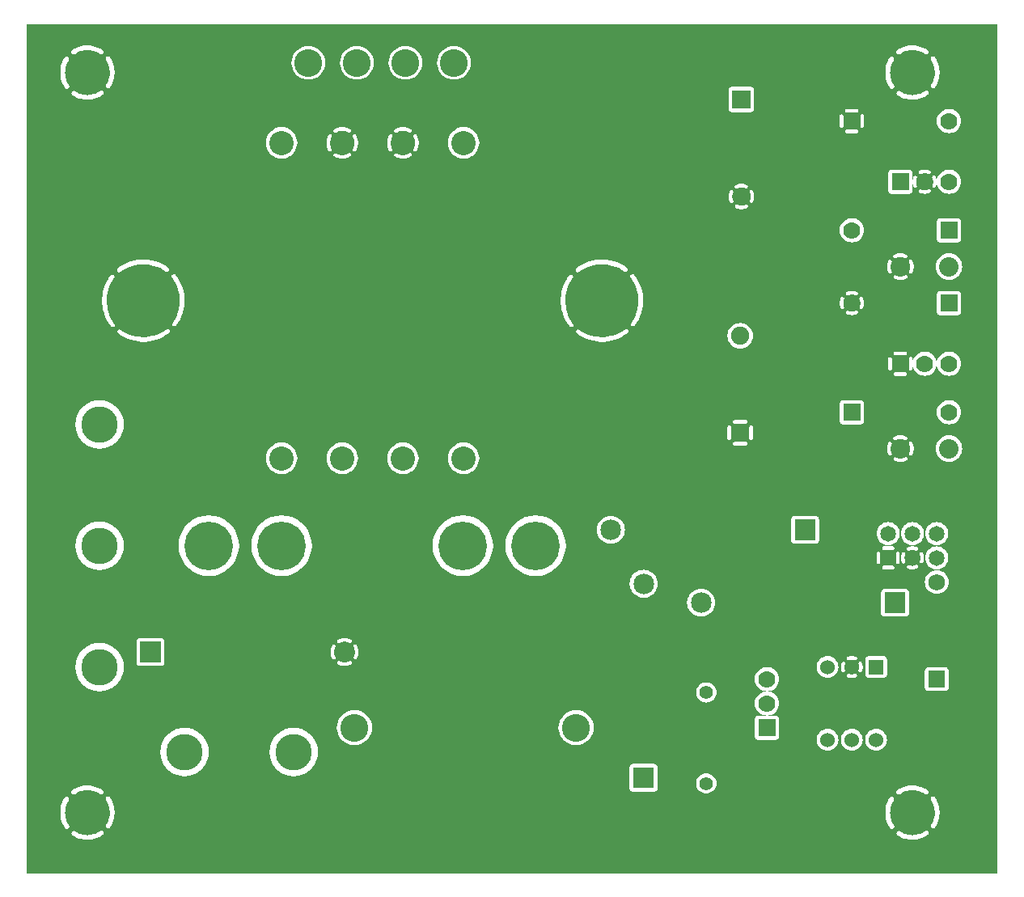
<source format=gbr>
G04 start of page 2 for group 0 idx 0 *
G04 Title: highvoltage, component *
G04 Creator: pcb 20091103 *
G04 CreationDate: Wed 03 Feb 2010 09:09:45 PM GMT UTC *
G04 For: srussell *
G04 Format: Gerber/RS-274X *
G04 PCB-Dimensions: 400000 350000 *
G04 PCB-Coordinate-Origin: lower left *
%MOIN*%
%FSLAX25Y25*%
%LNFRONT*%
%ADD11C,0.0200*%
%ADD12C,0.0800*%
%ADD13C,0.0700*%
%ADD14C,0.0650*%
%ADD15C,0.0600*%
%ADD16C,0.0680*%
%ADD17C,0.1500*%
%ADD18C,0.2000*%
%ADD19C,0.1150*%
%ADD20C,0.0850*%
%ADD21C,0.0560*%
%ADD22C,0.3000*%
%ADD23C,0.0750*%
%ADD24C,0.1000*%
%ADD25C,0.1840*%
%ADD26C,0.0400*%
%ADD27C,0.0350*%
%ADD28C,0.0500*%
%ADD29C,0.0480*%
%ADD30C,0.0380*%
%ADD31C,0.0280*%
%ADD32C,0.0508*%
%ADD33C,0.0473*%
%ADD34C,0.0300*%
%ADD35C,0.1250*%
G54D11*G36*
X33701Y27980D02*X33722Y27926D01*
X33950Y27130D01*
X34105Y26318D01*
X34186Y25494D01*
X34193Y24667D01*
X34126Y23843D01*
X33985Y23027D01*
X33772Y22228D01*
X33701Y22034D01*
Y27980D01*
G37*
G36*
Y332980D02*X33722Y332926D01*
X33950Y332130D01*
X34105Y331318D01*
X34186Y330494D01*
X34193Y329667D01*
X34126Y328843D01*
X33985Y328027D01*
X33772Y327228D01*
X33701Y327034D01*
Y332980D01*
G37*
G36*
X62299Y240514D02*X62615Y239375D01*
X62854Y238088D01*
X62979Y236786D01*
X62990Y235477D01*
X62888Y234172D01*
X62672Y232882D01*
X62344Y231615D01*
X62299Y231488D01*
Y240514D01*
G37*
G36*
X380000Y350000D02*X400000D01*
Y0D01*
X380000D01*
Y169500D01*
X380955Y169584D01*
X381881Y169832D01*
X382750Y170237D01*
X383535Y170787D01*
X384213Y171465D01*
X384763Y172250D01*
X385168Y173119D01*
X385416Y174045D01*
X385500Y175000D01*
X385416Y175955D01*
X385168Y176881D01*
X384763Y177750D01*
X384213Y178535D01*
X383535Y179213D01*
X382750Y179763D01*
X381881Y180168D01*
X380955Y180416D01*
X380000Y180500D01*
Y185000D01*
X380868Y185076D01*
X381710Y185302D01*
X382500Y185670D01*
X383214Y186170D01*
X383830Y186786D01*
X384330Y187500D01*
X384698Y188290D01*
X384924Y189132D01*
X385000Y190000D01*
X384924Y190868D01*
X384698Y191710D01*
X384330Y192500D01*
X383830Y193214D01*
X383214Y193830D01*
X382500Y194330D01*
X381710Y194698D01*
X380868Y194924D01*
X380000Y195000D01*
Y205000D01*
X380868Y205076D01*
X381710Y205302D01*
X382500Y205670D01*
X383214Y206170D01*
X383830Y206786D01*
X384330Y207500D01*
X384698Y208290D01*
X384924Y209132D01*
X385000Y210000D01*
X384924Y210868D01*
X384698Y211710D01*
X384330Y212500D01*
X383830Y213214D01*
X383214Y213830D01*
X382500Y214330D01*
X381710Y214698D01*
X380868Y214924D01*
X380000Y215000D01*
Y230000D01*
X383500D01*
X383760Y230023D01*
X384013Y230090D01*
X384250Y230201D01*
X384464Y230351D01*
X384649Y230536D01*
X384799Y230750D01*
X384910Y230987D01*
X384977Y231240D01*
X385000Y231500D01*
Y238500D01*
X384977Y238760D01*
X384910Y239013D01*
X384799Y239250D01*
X384649Y239464D01*
X384464Y239649D01*
X384250Y239799D01*
X384013Y239910D01*
X383760Y239977D01*
X383500Y240000D01*
X380000D01*
Y244500D01*
X380955Y244584D01*
X381881Y244832D01*
X382750Y245237D01*
X383535Y245787D01*
X384213Y246465D01*
X384763Y247250D01*
X385168Y248119D01*
X385416Y249045D01*
X385500Y250000D01*
X385416Y250955D01*
X385168Y251881D01*
X384763Y252750D01*
X384213Y253535D01*
X383535Y254213D01*
X382750Y254763D01*
X381881Y255168D01*
X380955Y255416D01*
X380000Y255500D01*
Y260000D01*
X383500D01*
X383760Y260023D01*
X384013Y260090D01*
X384250Y260201D01*
X384464Y260351D01*
X384649Y260536D01*
X384799Y260750D01*
X384910Y260987D01*
X384977Y261240D01*
X385000Y261500D01*
Y268500D01*
X384977Y268760D01*
X384910Y269013D01*
X384799Y269250D01*
X384649Y269464D01*
X384464Y269649D01*
X384250Y269799D01*
X384013Y269910D01*
X383760Y269977D01*
X383500Y270000D01*
X380000D01*
Y280000D01*
X380868Y280076D01*
X381710Y280302D01*
X382500Y280670D01*
X383214Y281170D01*
X383830Y281786D01*
X384330Y282500D01*
X384698Y283290D01*
X384924Y284132D01*
X385000Y285000D01*
X384924Y285868D01*
X384698Y286710D01*
X384330Y287500D01*
X383830Y288214D01*
X383214Y288830D01*
X382500Y289330D01*
X381710Y289698D01*
X380868Y289924D01*
X380000Y290000D01*
Y305000D01*
X380868Y305076D01*
X381710Y305302D01*
X382500Y305670D01*
X383214Y306170D01*
X383830Y306786D01*
X384330Y307500D01*
X384698Y308290D01*
X384924Y309132D01*
X385000Y310000D01*
X384924Y310868D01*
X384698Y311710D01*
X384330Y312500D01*
X383830Y313214D01*
X383214Y313830D01*
X382500Y314330D01*
X381710Y314698D01*
X380868Y314924D01*
X380000Y315000D01*
Y350000D01*
G37*
G36*
X375000Y172759D02*X375237Y172250D01*
X375787Y171465D01*
X376465Y170787D01*
X377250Y170237D01*
X378119Y169832D01*
X379045Y169584D01*
X380000Y169500D01*
Y0D01*
X375000D01*
Y19975D01*
X375333Y20680D01*
X375679Y21625D01*
X375939Y22598D01*
X376110Y23591D01*
X376192Y24595D01*
X376183Y25602D01*
X376084Y26604D01*
X375895Y27593D01*
X375618Y28561D01*
X375256Y29501D01*
X375000Y30019D01*
Y75100D01*
X378400D01*
X378660Y75123D01*
X378913Y75190D01*
X379150Y75301D01*
X379364Y75451D01*
X379549Y75636D01*
X379699Y75850D01*
X379810Y76087D01*
X379877Y76340D01*
X379900Y76600D01*
Y83400D01*
X379877Y83660D01*
X379810Y83913D01*
X379699Y84150D01*
X379549Y84364D01*
X379364Y84549D01*
X379150Y84699D01*
X378913Y84810D01*
X378660Y84877D01*
X378400Y84900D01*
X375000D01*
Y115100D01*
X375851Y115174D01*
X376676Y115396D01*
X377450Y115756D01*
X378150Y116246D01*
X378754Y116850D01*
X379244Y117550D01*
X379604Y118324D01*
X379826Y119149D01*
X379900Y120000D01*
X379826Y120851D01*
X379604Y121676D01*
X379244Y122450D01*
X378754Y123150D01*
X378150Y123754D01*
X377450Y124244D01*
X376676Y124604D01*
X375851Y124826D01*
X375000Y124900D01*
Y125250D01*
X375825Y125322D01*
X376625Y125536D01*
X377375Y125886D01*
X378053Y126361D01*
X378639Y126947D01*
X379114Y127625D01*
X379464Y128375D01*
X379678Y129175D01*
X379750Y130000D01*
X379678Y130825D01*
X379464Y131625D01*
X379114Y132375D01*
X378639Y133053D01*
X378053Y133639D01*
X377375Y134114D01*
X376625Y134464D01*
X375825Y134678D01*
X375000Y134750D01*
Y135250D01*
X375825Y135322D01*
X376625Y135536D01*
X377375Y135886D01*
X378053Y136361D01*
X378639Y136947D01*
X379114Y137625D01*
X379464Y138375D01*
X379678Y139175D01*
X379750Y140000D01*
X379678Y140825D01*
X379464Y141625D01*
X379114Y142375D01*
X378639Y143053D01*
X378053Y143639D01*
X377375Y144114D01*
X376625Y144464D01*
X375825Y144678D01*
X375000Y144750D01*
Y172759D01*
G37*
G36*
Y190000D02*X375076Y189132D01*
X375302Y188290D01*
X375670Y187500D01*
X376170Y186786D01*
X376786Y186170D01*
X377500Y185670D01*
X378290Y185302D01*
X379132Y185076D01*
X380000Y185000D01*
Y180500D01*
X379045Y180416D01*
X378119Y180168D01*
X377250Y179763D01*
X376465Y179213D01*
X375787Y178535D01*
X375237Y177750D01*
X375000Y177241D01*
Y190000D01*
G37*
G36*
Y210000D02*X375076Y209132D01*
X375302Y208290D01*
X375670Y207500D01*
X376170Y206786D01*
X376786Y206170D01*
X377500Y205670D01*
X378290Y205302D01*
X379132Y205076D01*
X380000Y205000D01*
Y195000D01*
X379132Y194924D01*
X378290Y194698D01*
X377500Y194330D01*
X376786Y193830D01*
X376170Y193214D01*
X375670Y192500D01*
X375302Y191710D01*
X375076Y190868D01*
X375000Y190000D01*
Y210000D01*
G37*
G36*
Y231500D02*X375023Y231240D01*
X375090Y230987D01*
X375201Y230750D01*
X375351Y230536D01*
X375536Y230351D01*
X375750Y230201D01*
X375987Y230090D01*
X376240Y230023D01*
X376500Y230000D01*
X380000D01*
Y215000D01*
X379132Y214924D01*
X378290Y214698D01*
X377500Y214330D01*
X376786Y213830D01*
X376170Y213214D01*
X375670Y212500D01*
X375302Y211710D01*
X375076Y210868D01*
X375000Y210000D01*
Y231500D01*
G37*
G36*
Y247759D02*X375237Y247250D01*
X375787Y246465D01*
X376465Y245787D01*
X377250Y245237D01*
X378119Y244832D01*
X379045Y244584D01*
X380000Y244500D01*
Y240000D01*
X376500D01*
X376240Y239977D01*
X375987Y239910D01*
X375750Y239799D01*
X375536Y239649D01*
X375351Y239464D01*
X375201Y239250D01*
X375090Y239013D01*
X375023Y238760D01*
X375000Y238500D01*
Y247759D01*
G37*
G36*
Y261500D02*X375023Y261240D01*
X375090Y260987D01*
X375201Y260750D01*
X375351Y260536D01*
X375536Y260351D01*
X375750Y260201D01*
X375987Y260090D01*
X376240Y260023D01*
X376500Y260000D01*
X380000D01*
Y255500D01*
X379045Y255416D01*
X378119Y255168D01*
X377250Y254763D01*
X376465Y254213D01*
X375787Y253535D01*
X375237Y252750D01*
X375000Y252241D01*
Y261500D01*
G37*
G36*
Y285000D02*X375076Y284132D01*
X375302Y283290D01*
X375670Y282500D01*
X376170Y281786D01*
X376786Y281170D01*
X377500Y280670D01*
X378290Y280302D01*
X379132Y280076D01*
X380000Y280000D01*
Y270000D01*
X376500D01*
X376240Y269977D01*
X375987Y269910D01*
X375750Y269799D01*
X375536Y269649D01*
X375351Y269464D01*
X375201Y269250D01*
X375090Y269013D01*
X375023Y268760D01*
X375000Y268500D01*
Y285000D01*
G37*
G36*
Y310000D02*X375076Y309132D01*
X375302Y308290D01*
X375670Y307500D01*
X376170Y306786D01*
X376786Y306170D01*
X377500Y305670D01*
X378290Y305302D01*
X379132Y305076D01*
X380000Y305000D01*
Y290000D01*
X379132Y289924D01*
X378290Y289698D01*
X377500Y289330D01*
X376786Y288830D01*
X376170Y288214D01*
X375670Y287500D01*
X375302Y286710D01*
X375076Y285868D01*
X375000Y285000D01*
Y310000D01*
G37*
G36*
Y350000D02*X380000D01*
Y315000D01*
X379132Y314924D01*
X378290Y314698D01*
X377500Y314330D01*
X376786Y313830D01*
X376170Y313214D01*
X375670Y312500D01*
X375302Y311710D01*
X375076Y310868D01*
X375000Y310000D01*
Y324975D01*
X375333Y325680D01*
X375679Y326625D01*
X375939Y327598D01*
X376110Y328591D01*
X376192Y329595D01*
X376183Y330602D01*
X376084Y331604D01*
X375895Y332593D01*
X375618Y333561D01*
X375256Y334501D01*
X375000Y335019D01*
Y350000D01*
G37*
G36*
X368826Y205158D02*X369132Y205076D01*
X370000Y205000D01*
X370868Y205076D01*
X371710Y205302D01*
X372500Y205670D01*
X373214Y206170D01*
X373830Y206786D01*
X374330Y207500D01*
X374698Y208290D01*
X374924Y209132D01*
X375000Y210000D01*
Y177241D01*
X374832Y176881D01*
X374584Y175955D01*
X374500Y175000D01*
X374584Y174045D01*
X374832Y173119D01*
X375000Y172759D01*
Y144750D01*
X374175Y144678D01*
X373375Y144464D01*
X372625Y144114D01*
X371947Y143639D01*
X371361Y143053D01*
X370886Y142375D01*
X370536Y141625D01*
X370322Y140825D01*
X370250Y140000D01*
X370322Y139175D01*
X370536Y138375D01*
X370886Y137625D01*
X371361Y136947D01*
X371947Y136361D01*
X372625Y135886D01*
X373375Y135536D01*
X374175Y135322D01*
X375000Y135250D01*
Y134750D01*
X374175Y134678D01*
X373375Y134464D01*
X372625Y134114D01*
X371947Y133639D01*
X371361Y133053D01*
X370886Y132375D01*
X370536Y131625D01*
X370322Y130825D01*
X370250Y130000D01*
X370322Y129175D01*
X370536Y128375D01*
X370886Y127625D01*
X371361Y126947D01*
X371947Y126361D01*
X372625Y125886D01*
X373375Y125536D01*
X374175Y125322D01*
X375000Y125250D01*
Y124900D01*
X374149Y124826D01*
X373324Y124604D01*
X372550Y124244D01*
X371850Y123754D01*
X371246Y123150D01*
X370756Y122450D01*
X370396Y121676D01*
X370174Y120851D01*
X370100Y120000D01*
X370174Y119149D01*
X370396Y118324D01*
X370756Y117550D01*
X371246Y116850D01*
X371850Y116246D01*
X372550Y115756D01*
X373324Y115396D01*
X374149Y115174D01*
X375000Y115100D01*
Y84900D01*
X371600D01*
X371340Y84877D01*
X371087Y84810D01*
X370850Y84699D01*
X370636Y84549D01*
X370451Y84364D01*
X370301Y84150D01*
X370190Y83913D01*
X370123Y83660D01*
X370100Y83400D01*
Y76600D01*
X370123Y76340D01*
X370190Y76087D01*
X370301Y75850D01*
X370451Y75636D01*
X370636Y75451D01*
X370850Y75301D01*
X371087Y75190D01*
X371340Y75123D01*
X371600Y75100D01*
X375000D01*
Y30019D01*
X374810Y30404D01*
X374285Y31263D01*
X374175Y31398D01*
X374044Y31513D01*
X373894Y31603D01*
X373732Y31665D01*
X373561Y31698D01*
X373386Y31701D01*
X373214Y31674D01*
X373049Y31617D01*
X372897Y31533D01*
X372762Y31423D01*
X372647Y31292D01*
X372557Y31142D01*
X372495Y30980D01*
X372462Y30809D01*
X372459Y30634D01*
X372486Y30462D01*
X372543Y30297D01*
X372627Y30145D01*
X373058Y29439D01*
X373424Y28697D01*
X373722Y27926D01*
X373950Y27130D01*
X374105Y26318D01*
X374186Y25494D01*
X374193Y24667D01*
X374126Y23843D01*
X373985Y23027D01*
X373772Y22228D01*
X373487Y21451D01*
X373134Y20703D01*
X372715Y19990D01*
Y19989D01*
X372633Y19835D01*
X372580Y19669D01*
X372555Y19497D01*
X372562Y19322D01*
X372598Y19152D01*
X372663Y18990D01*
X372756Y18843D01*
X372873Y18713D01*
X373010Y18606D01*
X373164Y18524D01*
X373330Y18471D01*
X373502Y18446D01*
X373677Y18453D01*
X373847Y18489D01*
X374009Y18554D01*
X374156Y18647D01*
X374286Y18764D01*
X374393Y18901D01*
X374903Y19769D01*
X375000Y19975D01*
Y0D01*
X368826D01*
Y14484D01*
X369500Y14744D01*
X370403Y15190D01*
X371262Y15715D01*
X371397Y15825D01*
X371512Y15956D01*
X371602Y16106D01*
X371664Y16268D01*
X371697Y16439D01*
X371700Y16614D01*
X371673Y16786D01*
X371616Y16951D01*
X371532Y17103D01*
X371422Y17238D01*
X371291Y17353D01*
X371141Y17443D01*
X370979Y17505D01*
X370808Y17538D01*
X370633Y17541D01*
X370461Y17514D01*
X370296Y17457D01*
X370144Y17373D01*
X369438Y16942D01*
X368826Y16640D01*
Y33357D01*
X369297Y33135D01*
X370010Y32716D01*
X370011D01*
X370165Y32634D01*
X370331Y32581D01*
X370503Y32556D01*
X370678Y32563D01*
X370848Y32599D01*
X371010Y32664D01*
X371157Y32757D01*
X371287Y32874D01*
X371394Y33011D01*
X371476Y33165D01*
X371529Y33331D01*
X371554Y33503D01*
X371547Y33678D01*
X371511Y33848D01*
X371446Y34010D01*
X371353Y34157D01*
X371236Y34287D01*
X371099Y34394D01*
X370231Y34904D01*
X369320Y35334D01*
X368826Y35515D01*
Y127705D01*
X368901Y127721D01*
X369022Y127770D01*
X369133Y127839D01*
X369230Y127927D01*
X369311Y128030D01*
X369372Y128145D01*
X369523Y128550D01*
X369636Y128968D01*
X369711Y129394D01*
X369746Y129826D01*
X369742Y130258D01*
X369699Y130689D01*
X369617Y131114D01*
X369497Y131530D01*
X369339Y131932D01*
X369276Y132046D01*
X369193Y132148D01*
X369095Y132234D01*
X368983Y132301D01*
X368861Y132348D01*
X368826Y132355D01*
Y137214D01*
X369114Y137625D01*
X369464Y138375D01*
X369678Y139175D01*
X369750Y140000D01*
X369678Y140825D01*
X369464Y141625D01*
X369114Y142375D01*
X368826Y142786D01*
Y205158D01*
G37*
G36*
Y35515D02*X368375Y35680D01*
X367402Y35940D01*
X366409Y36111D01*
X365405Y36193D01*
X364491Y36185D01*
Y125281D01*
X364825Y125254D01*
X365257Y125258D01*
X365688Y125301D01*
X366113Y125383D01*
X366529Y125503D01*
X366931Y125661D01*
X367045Y125724D01*
X367147Y125807D01*
X367233Y125905D01*
X367300Y126017D01*
X367347Y126139D01*
X367372Y126268D01*
X367374Y126398D01*
X367354Y126527D01*
X367311Y126651D01*
X367248Y126765D01*
X367165Y126867D01*
X367067Y126953D01*
X366955Y127020D01*
X366833Y127067D01*
X366704Y127092D01*
X366574Y127094D01*
X366445Y127074D01*
X366321Y127031D01*
X366046Y126923D01*
X365761Y126841D01*
X365471Y126785D01*
X365176Y126755D01*
X364880Y126753D01*
X364585Y126777D01*
X364491Y126793D01*
Y133209D01*
X364528Y133216D01*
X364823Y133246D01*
X365119Y133248D01*
X365414Y133224D01*
X365706Y133173D01*
X365992Y133095D01*
X366269Y132992D01*
Y132993D01*
X366393Y132953D01*
X366523Y132934D01*
X366653Y132939D01*
X366781Y132966D01*
X366902Y133015D01*
X367013Y133084D01*
X367110Y133172D01*
X367191Y133275D01*
X367252Y133390D01*
X367292Y133514D01*
X367311Y133644D01*
X367306Y133774D01*
X367279Y133902D01*
X367230Y134023D01*
X367161Y134134D01*
X367073Y134231D01*
X366970Y134312D01*
X366855Y134373D01*
X366450Y134524D01*
X366032Y134637D01*
X365606Y134712D01*
X365174Y134747D01*
X364742Y134743D01*
X364491Y134718D01*
Y135294D01*
X365000Y135250D01*
X365825Y135322D01*
X366625Y135536D01*
X367375Y135886D01*
X368053Y136361D01*
X368639Y136947D01*
X368826Y137214D01*
Y132355D01*
X368732Y132373D01*
X368602Y132375D01*
X368473Y132355D01*
X368349Y132312D01*
X368235Y132249D01*
X368133Y132166D01*
X368047Y132068D01*
X367980Y131956D01*
X367933Y131834D01*
X367908Y131705D01*
X367906Y131575D01*
X367926Y131446D01*
X367969Y131322D01*
X368077Y131047D01*
X368159Y130762D01*
X368215Y130472D01*
X368245Y130177D01*
X368247Y129881D01*
X368223Y129586D01*
X368172Y129294D01*
X368094Y129008D01*
X367991Y128731D01*
X367992D01*
X367952Y128607D01*
X367933Y128477D01*
X367938Y128347D01*
X367965Y128219D01*
X368014Y128098D01*
X368083Y127987D01*
X368171Y127890D01*
X368274Y127809D01*
X368389Y127748D01*
X368513Y127708D01*
X368643Y127689D01*
X368773Y127694D01*
X368826Y127705D01*
Y35515D01*
G37*
G36*
Y16640D02*X368696Y16576D01*
X367925Y16278D01*
X367129Y16050D01*
X366317Y15895D01*
X365493Y15814D01*
X364666Y15807D01*
X364491Y15821D01*
Y34186D01*
X364506Y34187D01*
X365333Y34194D01*
X366157Y34127D01*
X366973Y33986D01*
X367772Y33773D01*
X368549Y33488D01*
X368826Y33357D01*
Y16640D01*
G37*
G36*
Y0D02*X364491D01*
Y13816D01*
X364594Y13808D01*
X365601Y13817D01*
X366603Y13916D01*
X367592Y14105D01*
X368560Y14382D01*
X368826Y14484D01*
Y0D01*
G37*
G36*
X364491Y207291D02*X364507Y207295D01*
X364625Y207350D01*
X364732Y207425D01*
X364825Y207518D01*
X364900Y207625D01*
X364955Y207743D01*
X364989Y207870D01*
X365000Y208000D01*
Y210000D01*
X365076Y209132D01*
X365302Y208290D01*
X365670Y207500D01*
X366170Y206786D01*
X366786Y206170D01*
X367500Y205670D01*
X368290Y205302D01*
X368826Y205158D01*
Y142786D01*
X368639Y143053D01*
X368053Y143639D01*
X367375Y144114D01*
X366625Y144464D01*
X365825Y144678D01*
X365000Y144750D01*
X364491Y144706D01*
Y172204D01*
X364574Y172233D01*
X364688Y172296D01*
X364790Y172378D01*
X364876Y172477D01*
X364943Y172589D01*
X365144Y173056D01*
X365302Y173540D01*
X365414Y174036D01*
X365480Y174540D01*
X365499Y175048D01*
X365471Y175556D01*
X365397Y176059D01*
X365276Y176553D01*
X365110Y177034D01*
X364900Y177497D01*
Y177498D01*
X364831Y177609D01*
X364743Y177706D01*
X364640Y177786D01*
X364525Y177848D01*
X364491Y177859D01*
Y207291D01*
G37*
G36*
X374050Y323580D02*X374156Y323647D01*
X374286Y323764D01*
X374393Y323901D01*
X374903Y324769D01*
X375000Y324975D01*
Y252241D01*
X374832Y251881D01*
X374584Y250955D01*
X374500Y250000D01*
X374584Y249045D01*
X374832Y248119D01*
X375000Y247759D01*
Y210000D01*
X374924Y210868D01*
X374698Y211710D01*
X374330Y212500D01*
X374050Y212900D01*
Y282543D01*
X374089Y282551D01*
X374211Y282598D01*
X374323Y282665D01*
X374421Y282751D01*
X374504Y282853D01*
X374567Y282967D01*
X374740Y283409D01*
X374869Y283866D01*
X374955Y284333D01*
X374996Y284807D01*
X374992Y285282D01*
X374942Y285754D01*
X374849Y286220D01*
X374711Y286674D01*
X374531Y287114D01*
X374530D01*
X374465Y287227D01*
X374381Y287327D01*
X374281Y287411D01*
X374167Y287476D01*
X374050Y287519D01*
Y323580D01*
G37*
G36*
Y331606D02*X374105Y331318D01*
X374186Y330494D01*
X374193Y329667D01*
X374126Y328843D01*
X374050Y328403D01*
Y331606D01*
G37*
G36*
Y350000D02*X375000D01*
Y335019D01*
X374810Y335404D01*
X374285Y336263D01*
X374175Y336398D01*
X374050Y336508D01*
Y350000D01*
G37*
G36*
X370033D02*X374050D01*
Y336508D01*
X374044Y336513D01*
X373894Y336603D01*
X373732Y336665D01*
X373561Y336698D01*
X373386Y336701D01*
X373214Y336674D01*
X373049Y336617D01*
X372897Y336533D01*
X372762Y336423D01*
X372647Y336292D01*
X372557Y336142D01*
X372495Y335980D01*
X372462Y335809D01*
X372459Y335634D01*
X372486Y335462D01*
X372543Y335297D01*
X372627Y335145D01*
X373058Y334439D01*
X373424Y333697D01*
X373722Y332926D01*
X373950Y332130D01*
X374050Y331606D01*
Y328403D01*
X373985Y328027D01*
X373772Y327228D01*
X373487Y326451D01*
X373134Y325703D01*
X372715Y324990D01*
Y324989D01*
X372633Y324835D01*
X372580Y324669D01*
X372555Y324497D01*
X372562Y324322D01*
X372598Y324152D01*
X372663Y323990D01*
X372756Y323843D01*
X372873Y323713D01*
X373010Y323606D01*
X373164Y323524D01*
X373330Y323471D01*
X373502Y323446D01*
X373677Y323453D01*
X373847Y323489D01*
X374009Y323554D01*
X374050Y323580D01*
Y287519D01*
X374045Y287521D01*
X373916Y287544D01*
X373785Y287543D01*
X373657Y287521D01*
X373534Y287476D01*
X373421Y287411D01*
X373321Y287327D01*
X373237Y287227D01*
X373172Y287113D01*
X373127Y286991D01*
X373104Y286862D01*
X373105Y286731D01*
X373127Y286603D01*
X373172Y286480D01*
X373298Y286172D01*
X373394Y285854D01*
X373460Y285528D01*
X373494Y285197D01*
X373497Y284865D01*
X373468Y284534D01*
X373408Y284207D01*
X373318Y283887D01*
X373197Y283577D01*
X373154Y283453D01*
X373134Y283324D01*
X373136Y283194D01*
X373161Y283065D01*
X373208Y282943D01*
X373275Y282831D01*
X373361Y282733D01*
X373463Y282650D01*
X373577Y282587D01*
X373701Y282544D01*
X373830Y282524D01*
X373960Y282526D01*
X374050Y282543D01*
Y212900D01*
X373830Y213214D01*
X373214Y213830D01*
X372500Y214330D01*
X371710Y214698D01*
X370868Y214924D01*
X370033Y214997D01*
Y280006D01*
X370281Y280008D01*
X370753Y280058D01*
X371219Y280151D01*
X371673Y280289D01*
X372113Y280469D01*
Y280470D01*
X372226Y280535D01*
X372326Y280619D01*
X372410Y280719D01*
X372475Y280833D01*
X372520Y280955D01*
X372543Y281084D01*
X372542Y281215D01*
X372520Y281343D01*
X372475Y281466D01*
X372410Y281579D01*
X372326Y281679D01*
X372226Y281763D01*
X372112Y281828D01*
X371990Y281873D01*
X371861Y281896D01*
X371730Y281895D01*
X371602Y281873D01*
X371479Y281828D01*
X371171Y281702D01*
X370853Y281606D01*
X370527Y281540D01*
X370196Y281506D01*
X370033Y281505D01*
Y288497D01*
X370135Y288498D01*
X370466Y288469D01*
X370793Y288409D01*
X371113Y288319D01*
X371423Y288198D01*
X371547Y288155D01*
X371676Y288135D01*
X371806Y288137D01*
X371935Y288162D01*
X372057Y288209D01*
X372169Y288276D01*
X372267Y288362D01*
X372350Y288464D01*
X372413Y288578D01*
X372456Y288702D01*
X372476Y288831D01*
X372474Y288961D01*
X372449Y289090D01*
X372402Y289212D01*
X372335Y289324D01*
X372249Y289422D01*
X372147Y289505D01*
X372033Y289568D01*
X371591Y289741D01*
X371134Y289870D01*
X370667Y289956D01*
X370193Y289997D01*
X370033Y289996D01*
Y320007D01*
X370403Y320190D01*
X371262Y320715D01*
X371397Y320825D01*
X371512Y320956D01*
X371602Y321106D01*
X371664Y321268D01*
X371697Y321439D01*
X371700Y321614D01*
X371673Y321786D01*
X371616Y321951D01*
X371532Y322103D01*
X371422Y322238D01*
X371291Y322353D01*
X371141Y322443D01*
X370979Y322505D01*
X370808Y322538D01*
X370633Y322541D01*
X370461Y322514D01*
X370296Y322457D01*
X370144Y322373D01*
X370033Y322305D01*
Y337704D01*
X370165Y337634D01*
X370331Y337581D01*
X370503Y337556D01*
X370678Y337563D01*
X370848Y337599D01*
X371010Y337664D01*
X371157Y337757D01*
X371287Y337874D01*
X371394Y338011D01*
X371476Y338165D01*
X371529Y338331D01*
X371554Y338503D01*
X371547Y338678D01*
X371511Y338848D01*
X371446Y339010D01*
X371353Y339157D01*
X371236Y339287D01*
X371099Y339394D01*
X370231Y339904D01*
X370033Y339997D01*
Y350000D01*
G37*
G36*
Y322305D02*X369438Y321942D01*
X368696Y321576D01*
X367925Y321278D01*
X367129Y321050D01*
X366317Y320895D01*
X365493Y320814D01*
X364666Y320807D01*
X364491Y320821D01*
Y339186D01*
X364506Y339187D01*
X365333Y339194D01*
X366157Y339127D01*
X366973Y338986D01*
X367772Y338773D01*
X368549Y338488D01*
X369297Y338135D01*
X370010Y337716D01*
X370011D01*
X370033Y337704D01*
Y322305D01*
G37*
G36*
Y214997D02*X370000Y215000D01*
X369132Y214924D01*
X368290Y214698D01*
X367500Y214330D01*
X366786Y213830D01*
X366170Y213214D01*
X365949Y212898D01*
Y282482D01*
X365954Y282480D01*
X366083Y282457D01*
X366214Y282458D01*
X366342Y282480D01*
X366465Y282525D01*
X366578Y282590D01*
X366678Y282674D01*
X366762Y282774D01*
X366827Y282888D01*
X366872Y283010D01*
X366895Y283139D01*
X366894Y283270D01*
X366872Y283398D01*
X366827Y283521D01*
X366701Y283829D01*
X366605Y284147D01*
X366539Y284473D01*
X366505Y284804D01*
X366502Y285136D01*
X366531Y285467D01*
X366591Y285794D01*
X366681Y286114D01*
X366802Y286424D01*
X366845Y286548D01*
X366865Y286677D01*
X366863Y286807D01*
X366838Y286936D01*
X366791Y287058D01*
X366724Y287170D01*
X366638Y287268D01*
X366536Y287351D01*
X366422Y287414D01*
X366298Y287457D01*
X366169Y287477D01*
X366039Y287475D01*
X365949Y287458D01*
Y318851D01*
X366603Y318916D01*
X367592Y319105D01*
X368560Y319382D01*
X369500Y319744D01*
X370033Y320007D01*
Y289996D01*
X369718Y289993D01*
X369246Y289943D01*
X368780Y289850D01*
X368326Y289712D01*
X367886Y289532D01*
Y289531D01*
X367773Y289466D01*
X367673Y289382D01*
X367589Y289282D01*
X367524Y289168D01*
X367479Y289046D01*
X367456Y288917D01*
X367457Y288786D01*
X367479Y288658D01*
X367524Y288535D01*
X367589Y288422D01*
X367673Y288322D01*
X367773Y288238D01*
X367887Y288173D01*
X368009Y288128D01*
X368138Y288105D01*
X368269Y288106D01*
X368397Y288128D01*
X368520Y288173D01*
X368828Y288299D01*
X369146Y288395D01*
X369472Y288461D01*
X369803Y288495D01*
X370033Y288497D01*
Y281505D01*
X369864Y281503D01*
X369533Y281532D01*
X369206Y281592D01*
X368886Y281682D01*
X368576Y281803D01*
X368452Y281846D01*
X368323Y281866D01*
X368193Y281864D01*
X368064Y281839D01*
X367942Y281792D01*
X367830Y281725D01*
X367732Y281639D01*
X367649Y281537D01*
X367586Y281423D01*
X367543Y281299D01*
X367523Y281170D01*
X367525Y281040D01*
X367550Y280911D01*
X367597Y280789D01*
X367664Y280677D01*
X367750Y280579D01*
X367852Y280496D01*
X367966Y280433D01*
X368408Y280260D01*
X368865Y280131D01*
X369332Y280045D01*
X369806Y280004D01*
X370033Y280006D01*
Y214997D01*
G37*
G36*
X365949Y212898D02*X365670Y212500D01*
X365302Y211710D01*
X365076Y210868D01*
X365000Y210000D01*
Y212000D01*
X364989Y212130D01*
X364955Y212257D01*
X364900Y212375D01*
X364825Y212482D01*
X364732Y212575D01*
X364625Y212650D01*
X364507Y212705D01*
X364491Y212709D01*
Y247204D01*
X364574Y247233D01*
X364688Y247296D01*
X364790Y247378D01*
X364876Y247477D01*
X364943Y247589D01*
X365144Y248056D01*
X365302Y248540D01*
X365414Y249036D01*
X365480Y249540D01*
X365499Y250048D01*
X365471Y250556D01*
X365397Y251059D01*
X365276Y251553D01*
X365110Y252034D01*
X364900Y252497D01*
Y252498D01*
X364831Y252609D01*
X364743Y252706D01*
X364640Y252786D01*
X364525Y252848D01*
X364491Y252859D01*
Y280378D01*
X364649Y280536D01*
X364799Y280750D01*
X364910Y280987D01*
X364977Y281240D01*
X365000Y281500D01*
Y288500D01*
X364977Y288760D01*
X364910Y289013D01*
X364799Y289250D01*
X364649Y289464D01*
X364491Y289622D01*
Y318816D01*
X364594Y318808D01*
X365601Y318817D01*
X365949Y318851D01*
Y287458D01*
X365910Y287450D01*
X365788Y287403D01*
X365676Y287336D01*
X365578Y287250D01*
X365495Y287148D01*
X365432Y287034D01*
X365259Y286592D01*
X365130Y286135D01*
X365044Y285668D01*
X365003Y285194D01*
X365007Y284719D01*
X365057Y284247D01*
X365150Y283781D01*
X365288Y283327D01*
X365468Y282887D01*
X365469D01*
X365534Y282774D01*
X365618Y282674D01*
X365718Y282590D01*
X365832Y282525D01*
X365949Y282482D01*
Y212898D01*
G37*
G36*
X364491Y350000D02*X370033D01*
Y339997D01*
X369320Y340334D01*
X368375Y340680D01*
X367402Y340940D01*
X366409Y341111D01*
X365405Y341193D01*
X364491Y341185D01*
Y350000D01*
G37*
G36*
Y320821D02*X363842Y320874D01*
X363026Y321015D01*
X362227Y321228D01*
X361450Y321513D01*
X360702Y321866D01*
X359989Y322285D01*
X359988D01*
X359834Y322367D01*
X359668Y322420D01*
X359496Y322445D01*
X359321Y322438D01*
X359151Y322402D01*
X359000Y322341D01*
Y337504D01*
X359020Y337496D01*
X359191Y337463D01*
X359366Y337460D01*
X359538Y337487D01*
X359703Y337544D01*
X359855Y337628D01*
X360561Y338059D01*
X361303Y338425D01*
X362074Y338723D01*
X362870Y338951D01*
X363682Y339106D01*
X364491Y339186D01*
Y320821D01*
G37*
G36*
Y289622D02*X364464Y289649D01*
X364250Y289799D01*
X364013Y289910D01*
X363760Y289977D01*
X363500Y290000D01*
X359000D01*
Y320548D01*
X359768Y320097D01*
X360679Y319667D01*
X361624Y319321D01*
X362597Y319061D01*
X363590Y318890D01*
X364491Y318816D01*
Y289622D01*
G37*
G36*
Y15821D02*X363842Y15874D01*
X363026Y16015D01*
X362227Y16228D01*
X361450Y16513D01*
X360702Y16866D01*
X359989Y17285D01*
X359988D01*
X359834Y17367D01*
X359668Y17420D01*
X359496Y17445D01*
X359321Y17438D01*
X359151Y17402D01*
X359000Y17341D01*
Y32504D01*
X359020Y32496D01*
X359191Y32463D01*
X359366Y32460D01*
X359538Y32487D01*
X359703Y32544D01*
X359855Y32628D01*
X360561Y33059D01*
X361303Y33425D01*
X362074Y33723D01*
X362870Y33951D01*
X363682Y34106D01*
X364491Y34186D01*
Y15821D01*
G37*
G36*
Y0D02*X359000D01*
Y15548D01*
X359768Y15097D01*
X360679Y14667D01*
X361624Y14321D01*
X362597Y14061D01*
X363590Y13890D01*
X364491Y13816D01*
Y0D01*
G37*
G36*
X361173Y137215D02*X361361Y136947D01*
X361947Y136361D01*
X362625Y135886D01*
X363375Y135536D01*
X364175Y135322D01*
X364491Y135294D01*
Y134718D01*
X364311Y134700D01*
X363886Y134618D01*
X363470Y134498D01*
X363068Y134340D01*
X362954Y134277D01*
X362852Y134194D01*
X362766Y134096D01*
X362699Y133984D01*
X362652Y133862D01*
X362627Y133733D01*
X362625Y133603D01*
X362645Y133474D01*
X362688Y133350D01*
X362751Y133236D01*
X362834Y133134D01*
X362932Y133048D01*
X363044Y132981D01*
X363166Y132934D01*
X363295Y132909D01*
X363425Y132907D01*
X363554Y132927D01*
X363678Y132970D01*
X363953Y133078D01*
X364238Y133160D01*
X364491Y133209D01*
Y126793D01*
X364293Y126828D01*
X364007Y126906D01*
X363730Y127009D01*
Y127008D01*
X363606Y127048D01*
X363476Y127067D01*
X363346Y127062D01*
X363218Y127035D01*
X363097Y126986D01*
X362986Y126917D01*
X362889Y126829D01*
X362808Y126726D01*
X362747Y126611D01*
X362707Y126487D01*
X362688Y126357D01*
X362693Y126227D01*
X362720Y126099D01*
X362769Y125978D01*
X362838Y125867D01*
X362926Y125770D01*
X363029Y125689D01*
X363144Y125628D01*
X363549Y125477D01*
X363967Y125364D01*
X364393Y125289D01*
X364491Y125281D01*
Y36185D01*
X364398Y36184D01*
X363396Y36085D01*
X362407Y35896D01*
X361439Y35619D01*
X361173Y35517D01*
Y105700D01*
X362090D01*
X362350Y105723D01*
X362603Y105790D01*
X362840Y105901D01*
X363054Y106051D01*
X363239Y106236D01*
X363389Y106450D01*
X363500Y106687D01*
X363567Y106940D01*
X363590Y107200D01*
Y115700D01*
X363567Y115960D01*
X363500Y116213D01*
X363389Y116450D01*
X363239Y116664D01*
X363054Y116849D01*
X362840Y116999D01*
X362603Y117110D01*
X362350Y117177D01*
X362090Y117200D01*
X361173D01*
Y127646D01*
X361267Y127628D01*
X361397Y127626D01*
X361526Y127646D01*
X361650Y127689D01*
X361764Y127752D01*
X361866Y127835D01*
X361952Y127933D01*
X362019Y128045D01*
X362066Y128167D01*
X362091Y128296D01*
X362093Y128426D01*
X362073Y128555D01*
X362030Y128679D01*
X361922Y128954D01*
X361840Y129239D01*
X361784Y129529D01*
X361754Y129824D01*
X361752Y130120D01*
X361776Y130415D01*
X361827Y130707D01*
X361905Y130993D01*
X362008Y131270D01*
X362007D01*
X362047Y131394D01*
X362066Y131524D01*
X362061Y131654D01*
X362034Y131782D01*
X361985Y131903D01*
X361916Y132014D01*
X361828Y132111D01*
X361725Y132192D01*
X361610Y132253D01*
X361486Y132293D01*
X361356Y132312D01*
X361226Y132307D01*
X361173Y132296D01*
Y137215D01*
G37*
G36*
X364491Y212709D02*X364380Y212739D01*
X364250Y212750D01*
X364120Y212739D01*
X363993Y212705D01*
X363875Y212650D01*
X363768Y212575D01*
X363675Y212482D01*
X363600Y212375D01*
X363545Y212257D01*
X363511Y212130D01*
X363500Y212000D01*
Y208000D01*
X363511Y207870D01*
X363545Y207743D01*
X363600Y207625D01*
X363675Y207518D01*
X363768Y207425D01*
X363875Y207350D01*
X363993Y207295D01*
X364120Y207261D01*
X364250Y207250D01*
X364380Y207261D01*
X364491Y207291D01*
Y177859D01*
X364400Y177888D01*
X364271Y177906D01*
X364140Y177901D01*
X364012Y177874D01*
X363891Y177825D01*
X363780Y177756D01*
X363683Y177668D01*
X363603Y177565D01*
X363541Y177450D01*
X363501Y177325D01*
X363483Y177196D01*
X363488Y177065D01*
X363515Y176937D01*
X363564Y176816D01*
X363716Y176479D01*
X363837Y176130D01*
X363925Y175771D01*
X363979Y175405D01*
X363999Y175035D01*
X363985Y174666D01*
X363938Y174299D01*
X363856Y173938D01*
X363741Y173587D01*
X363595Y173247D01*
X363548Y173125D01*
X363523Y172997D01*
X363521Y172866D01*
X363541Y172737D01*
X363584Y172613D01*
X363647Y172499D01*
X363729Y172397D01*
X363828Y172311D01*
X363940Y172244D01*
X364062Y172197D01*
X364190Y172172D01*
X364321Y172170D01*
X364450Y172190D01*
X364491Y172204D01*
Y144706D01*
X364175Y144678D01*
X363375Y144464D01*
X362625Y144114D01*
X361947Y143639D01*
X361361Y143053D01*
X361173Y142785D01*
Y169631D01*
X361552Y169724D01*
X362033Y169890D01*
X362496Y170100D01*
X362497D01*
X362608Y170169D01*
X362705Y170257D01*
X362785Y170360D01*
X362847Y170475D01*
X362887Y170600D01*
X362905Y170729D01*
X362900Y170860D01*
X362873Y170988D01*
X362824Y171109D01*
X362755Y171220D01*
X362667Y171317D01*
X362564Y171397D01*
X362449Y171459D01*
X362324Y171499D01*
X362195Y171517D01*
X362064Y171512D01*
X361936Y171485D01*
X361815Y171436D01*
X361478Y171284D01*
X361173Y171178D01*
Y178821D01*
X361413Y178742D01*
X361753Y178596D01*
X361875Y178549D01*
X362003Y178524D01*
X362134Y178522D01*
X362263Y178542D01*
X362387Y178585D01*
X362501Y178648D01*
X362603Y178730D01*
X362689Y178829D01*
X362756Y178941D01*
X362803Y179063D01*
X362828Y179191D01*
X362830Y179322D01*
X362810Y179451D01*
X362767Y179575D01*
X362704Y179689D01*
X362622Y179791D01*
X362523Y179877D01*
X362411Y179944D01*
X361944Y180145D01*
X361460Y180303D01*
X361173Y180368D01*
Y205000D01*
X362000D01*
X362130Y205011D01*
X362257Y205045D01*
X362375Y205100D01*
X362482Y205175D01*
X362575Y205268D01*
X362650Y205375D01*
X362705Y205493D01*
X362739Y205620D01*
X362750Y205750D01*
X362739Y205880D01*
X362705Y206007D01*
X362650Y206125D01*
X362575Y206232D01*
X362482Y206325D01*
X362375Y206400D01*
X362257Y206455D01*
X362130Y206489D01*
X362000Y206500D01*
X361173D01*
Y213500D01*
X362000D01*
X362130Y213511D01*
X362257Y213545D01*
X362375Y213600D01*
X362482Y213675D01*
X362575Y213768D01*
X362650Y213875D01*
X362705Y213993D01*
X362739Y214120D01*
X362750Y214250D01*
X362739Y214380D01*
X362705Y214507D01*
X362650Y214625D01*
X362575Y214732D01*
X362482Y214825D01*
X362375Y214900D01*
X362257Y214955D01*
X362130Y214989D01*
X362000Y215000D01*
X361173D01*
Y244631D01*
X361552Y244724D01*
X362033Y244890D01*
X362496Y245100D01*
X362497D01*
X362608Y245169D01*
X362705Y245257D01*
X362785Y245360D01*
X362847Y245475D01*
X362887Y245600D01*
X362905Y245729D01*
X362900Y245860D01*
X362873Y245988D01*
X362824Y246109D01*
X362755Y246220D01*
X362667Y246317D01*
X362564Y246397D01*
X362449Y246459D01*
X362324Y246499D01*
X362195Y246517D01*
X362064Y246512D01*
X361936Y246485D01*
X361815Y246436D01*
X361478Y246284D01*
X361173Y246178D01*
Y253821D01*
X361413Y253742D01*
X361753Y253596D01*
X361875Y253549D01*
X362003Y253524D01*
X362134Y253522D01*
X362263Y253542D01*
X362387Y253585D01*
X362501Y253648D01*
X362603Y253730D01*
X362689Y253829D01*
X362756Y253941D01*
X362803Y254063D01*
X362828Y254191D01*
X362830Y254322D01*
X362810Y254451D01*
X362767Y254575D01*
X362704Y254689D01*
X362622Y254791D01*
X362523Y254877D01*
X362411Y254944D01*
X361944Y255145D01*
X361460Y255303D01*
X361173Y255368D01*
Y280000D01*
X363500D01*
X363760Y280023D01*
X364013Y280090D01*
X364250Y280201D01*
X364464Y280351D01*
X364491Y280378D01*
Y252859D01*
X364400Y252888D01*
X364271Y252906D01*
X364140Y252901D01*
X364012Y252874D01*
X363891Y252825D01*
X363780Y252756D01*
X363683Y252668D01*
X363603Y252565D01*
X363541Y252450D01*
X363501Y252325D01*
X363483Y252196D01*
X363488Y252065D01*
X363515Y251937D01*
X363564Y251816D01*
X363716Y251479D01*
X363837Y251130D01*
X363925Y250771D01*
X363979Y250405D01*
X363999Y250035D01*
X363985Y249666D01*
X363938Y249299D01*
X363856Y248938D01*
X363741Y248587D01*
X363595Y248247D01*
X363548Y248125D01*
X363523Y247997D01*
X363521Y247866D01*
X363541Y247737D01*
X363584Y247613D01*
X363647Y247499D01*
X363729Y247397D01*
X363828Y247311D01*
X363940Y247244D01*
X364062Y247197D01*
X364190Y247172D01*
X364321Y247170D01*
X364450Y247190D01*
X364491Y247204D01*
Y212709D01*
G37*
G36*
X361173Y255368D02*X360964Y255415D01*
X360460Y255481D01*
X359952Y255500D01*
X359444Y255472D01*
X359000Y255407D01*
Y280000D01*
X361173D01*
Y255368D01*
G37*
G36*
Y246178D02*X361129Y246163D01*
X360770Y246075D01*
X360404Y246021D01*
X360034Y246001D01*
X359665Y246015D01*
X359298Y246062D01*
X359000Y246130D01*
Y253870D01*
X359229Y253926D01*
X359595Y253980D01*
X359965Y254000D01*
X360334Y253986D01*
X360701Y253939D01*
X361062Y253857D01*
X361173Y253821D01*
Y246178D01*
G37*
G36*
Y215000D02*X359000D01*
Y244594D01*
X359035Y244586D01*
X359539Y244520D01*
X360047Y244501D01*
X360555Y244529D01*
X361058Y244603D01*
X361173Y244631D01*
Y215000D01*
G37*
G36*
Y206500D02*X359000D01*
Y213500D01*
X361173D01*
Y206500D01*
G37*
G36*
Y180368D02*X360964Y180415D01*
X360460Y180481D01*
X359952Y180500D01*
X359444Y180472D01*
X359000Y180407D01*
Y205000D01*
X361173D01*
Y180368D01*
G37*
G36*
Y171178D02*X361129Y171163D01*
X360770Y171075D01*
X360404Y171021D01*
X360034Y171001D01*
X359665Y171015D01*
X359298Y171062D01*
X359000Y171130D01*
Y178870D01*
X359229Y178926D01*
X359595Y178980D01*
X359965Y179000D01*
X360334Y178986D01*
X360701Y178939D01*
X361062Y178857D01*
X361173Y178821D01*
Y171178D01*
G37*
G36*
Y35517D02*X360499Y35257D01*
X359596Y34811D01*
X359000Y34447D01*
Y105700D01*
X361173D01*
Y35517D01*
G37*
G36*
Y142785D02*X360886Y142375D01*
X360536Y141625D01*
X360322Y140825D01*
X360250Y140000D01*
X360322Y139175D01*
X360536Y138375D01*
X360886Y137625D01*
X361173Y137215D01*
Y132296D01*
X361098Y132280D01*
X360977Y132231D01*
X360866Y132162D01*
X360769Y132074D01*
X360688Y131971D01*
X360627Y131856D01*
X360476Y131451D01*
X360363Y131033D01*
X360288Y130607D01*
X360253Y130175D01*
X360257Y129743D01*
X360300Y129312D01*
X360382Y128887D01*
X360502Y128471D01*
X360660Y128069D01*
X360723Y127955D01*
X360806Y127853D01*
X360904Y127767D01*
X361016Y127700D01*
X361138Y127653D01*
X361173Y127646D01*
Y117200D01*
X359000D01*
Y127500D01*
X359130Y127511D01*
X359257Y127545D01*
X359375Y127600D01*
X359482Y127675D01*
X359575Y127768D01*
X359650Y127875D01*
X359705Y127993D01*
X359739Y128120D01*
X359750Y128250D01*
Y131750D01*
X359739Y131880D01*
X359705Y132007D01*
X359650Y132125D01*
X359575Y132232D01*
X359482Y132325D01*
X359375Y132400D01*
X359257Y132455D01*
X359130Y132489D01*
X359000Y132500D01*
Y137462D01*
X359114Y137625D01*
X359464Y138375D01*
X359678Y139175D01*
X359750Y140000D01*
X359678Y140825D01*
X359464Y141625D01*
X359114Y142375D01*
X359000Y142538D01*
Y169594D01*
X359035Y169586D01*
X359539Y169520D01*
X360047Y169501D01*
X360555Y169529D01*
X361058Y169603D01*
X361173Y169631D01*
Y142785D01*
G37*
G36*
X359000Y350000D02*X364491D01*
Y341185D01*
X364398Y341184D01*
X363396Y341085D01*
X362407Y340896D01*
X361439Y340619D01*
X360499Y340257D01*
X359596Y339811D01*
X359000Y339447D01*
Y350000D01*
G37*
G36*
Y142538D02*X358639Y143053D01*
X358053Y143639D01*
X357375Y144114D01*
X356625Y144464D01*
X355825Y144678D01*
X355000Y144750D01*
Y172722D01*
X355099Y172504D01*
Y172503D01*
X355168Y172392D01*
X355256Y172295D01*
X355359Y172215D01*
X355474Y172153D01*
X355599Y172113D01*
X355728Y172095D01*
X355859Y172100D01*
X355987Y172127D01*
X356108Y172176D01*
X356219Y172245D01*
X356316Y172333D01*
X356396Y172436D01*
X356458Y172551D01*
X356498Y172676D01*
X356516Y172805D01*
X356511Y172936D01*
X356484Y173064D01*
X356435Y173185D01*
X356283Y173522D01*
X356162Y173871D01*
X356074Y174230D01*
X356020Y174596D01*
X356000Y174966D01*
X356014Y175335D01*
X356061Y175702D01*
X356143Y176063D01*
X356258Y176414D01*
X356404Y176754D01*
X356451Y176876D01*
X356476Y177004D01*
X356478Y177135D01*
X356458Y177264D01*
X356415Y177388D01*
X356352Y177502D01*
X356270Y177604D01*
X356171Y177690D01*
X356059Y177757D01*
X355937Y177804D01*
X355809Y177829D01*
X355678Y177831D01*
X355549Y177811D01*
X355425Y177768D01*
X355311Y177705D01*
X355209Y177623D01*
X355123Y177524D01*
X355056Y177412D01*
X355000Y177282D01*
Y208000D01*
X355011Y207870D01*
X355045Y207743D01*
X355100Y207625D01*
X355175Y207518D01*
X355268Y207425D01*
X355375Y207350D01*
X355493Y207295D01*
X355620Y207261D01*
X355750Y207250D01*
X355880Y207261D01*
X356007Y207295D01*
X356125Y207350D01*
X356232Y207425D01*
X356325Y207518D01*
X356400Y207625D01*
X356455Y207743D01*
X356489Y207870D01*
X356500Y208000D01*
Y212000D01*
X356489Y212130D01*
X356455Y212257D01*
X356400Y212375D01*
X356325Y212482D01*
X356232Y212575D01*
X356125Y212650D01*
X356007Y212705D01*
X355880Y212739D01*
X355750Y212750D01*
X355620Y212739D01*
X355493Y212705D01*
X355375Y212650D01*
X355268Y212575D01*
X355175Y212482D01*
X355100Y212375D01*
X355045Y212257D01*
X355011Y212130D01*
X355000Y212000D01*
Y247722D01*
X355099Y247504D01*
Y247503D01*
X355168Y247392D01*
X355256Y247295D01*
X355359Y247215D01*
X355474Y247153D01*
X355599Y247113D01*
X355728Y247095D01*
X355859Y247100D01*
X355987Y247127D01*
X356108Y247176D01*
X356219Y247245D01*
X356316Y247333D01*
X356396Y247436D01*
X356458Y247551D01*
X356498Y247676D01*
X356516Y247805D01*
X356511Y247936D01*
X356484Y248064D01*
X356435Y248185D01*
X356283Y248522D01*
X356162Y248871D01*
X356074Y249230D01*
X356020Y249596D01*
X356000Y249966D01*
X356014Y250335D01*
X356061Y250702D01*
X356143Y251063D01*
X356258Y251414D01*
X356404Y251754D01*
X356451Y251876D01*
X356476Y252004D01*
X356478Y252135D01*
X356458Y252264D01*
X356415Y252388D01*
X356352Y252502D01*
X356270Y252604D01*
X356171Y252690D01*
X356059Y252757D01*
X355937Y252804D01*
X355809Y252829D01*
X355678Y252831D01*
X355549Y252811D01*
X355425Y252768D01*
X355311Y252705D01*
X355209Y252623D01*
X355123Y252524D01*
X355056Y252412D01*
X355000Y252282D01*
Y281500D01*
X355023Y281240D01*
X355090Y280987D01*
X355201Y280750D01*
X355351Y280536D01*
X355536Y280351D01*
X355750Y280201D01*
X355987Y280090D01*
X356240Y280023D01*
X356500Y280000D01*
X359000D01*
Y255407D01*
X358941Y255398D01*
X358447Y255277D01*
X357966Y255111D01*
X357503Y254901D01*
X357502D01*
X357391Y254832D01*
X357294Y254744D01*
X357214Y254641D01*
X357152Y254526D01*
X357112Y254401D01*
X357094Y254272D01*
X357099Y254141D01*
X357126Y254013D01*
X357175Y253892D01*
X357244Y253781D01*
X357332Y253684D01*
X357435Y253604D01*
X357550Y253542D01*
X357675Y253502D01*
X357804Y253484D01*
X357935Y253489D01*
X358063Y253516D01*
X358184Y253565D01*
X358521Y253717D01*
X358870Y253838D01*
X359000Y253870D01*
Y246130D01*
X358937Y246144D01*
X358586Y246259D01*
X358246Y246405D01*
X358124Y246452D01*
X357996Y246477D01*
X357865Y246479D01*
X357736Y246459D01*
X357612Y246416D01*
X357498Y246353D01*
X357396Y246271D01*
X357310Y246172D01*
X357243Y246060D01*
X357196Y245938D01*
X357171Y245810D01*
X357169Y245679D01*
X357189Y245550D01*
X357232Y245426D01*
X357295Y245312D01*
X357377Y245210D01*
X357476Y245124D01*
X357588Y245057D01*
X358055Y244856D01*
X358539Y244698D01*
X359000Y244594D01*
Y215000D01*
X358000D01*
X357870Y214989D01*
X357743Y214955D01*
X357625Y214900D01*
X357518Y214825D01*
X357425Y214732D01*
X357350Y214625D01*
X357295Y214507D01*
X357261Y214380D01*
X357250Y214250D01*
X357261Y214120D01*
X357295Y213993D01*
X357350Y213875D01*
X357425Y213768D01*
X357518Y213675D01*
X357625Y213600D01*
X357743Y213545D01*
X357870Y213511D01*
X358000Y213500D01*
X359000D01*
Y206500D01*
X358000D01*
X357870Y206489D01*
X357743Y206455D01*
X357625Y206400D01*
X357518Y206325D01*
X357425Y206232D01*
X357350Y206125D01*
X357295Y206007D01*
X357261Y205880D01*
X357250Y205750D01*
X357261Y205620D01*
X357295Y205493D01*
X357350Y205375D01*
X357425Y205268D01*
X357518Y205175D01*
X357625Y205100D01*
X357743Y205045D01*
X357870Y205011D01*
X358000Y205000D01*
X359000D01*
Y180407D01*
X358941Y180398D01*
X358447Y180277D01*
X357966Y180111D01*
X357503Y179901D01*
X357502D01*
X357391Y179832D01*
X357294Y179744D01*
X357214Y179641D01*
X357152Y179526D01*
X357112Y179401D01*
X357094Y179272D01*
X357099Y179141D01*
X357126Y179013D01*
X357175Y178892D01*
X357244Y178781D01*
X357332Y178684D01*
X357435Y178604D01*
X357550Y178542D01*
X357675Y178502D01*
X357804Y178484D01*
X357935Y178489D01*
X358063Y178516D01*
X358184Y178565D01*
X358521Y178717D01*
X358870Y178838D01*
X359000Y178870D01*
Y171130D01*
X358937Y171144D01*
X358586Y171259D01*
X358246Y171405D01*
X358124Y171452D01*
X357996Y171477D01*
X357865Y171479D01*
X357736Y171459D01*
X357612Y171416D01*
X357498Y171353D01*
X357396Y171271D01*
X357310Y171172D01*
X357243Y171060D01*
X357196Y170938D01*
X357171Y170810D01*
X357169Y170679D01*
X357189Y170550D01*
X357232Y170426D01*
X357295Y170312D01*
X357377Y170210D01*
X357476Y170124D01*
X357588Y170057D01*
X358055Y169856D01*
X358539Y169698D01*
X359000Y169594D01*
Y142538D01*
G37*
G36*
Y117200D02*X355000D01*
Y125250D01*
X356750D01*
X356880Y125261D01*
X357007Y125295D01*
X357125Y125350D01*
X357232Y125425D01*
X357325Y125518D01*
X357400Y125625D01*
X357455Y125743D01*
X357489Y125870D01*
X357500Y126000D01*
X357489Y126130D01*
X357455Y126257D01*
X357400Y126375D01*
X357325Y126482D01*
X357232Y126575D01*
X357125Y126650D01*
X357007Y126705D01*
X356880Y126739D01*
X356750Y126750D01*
X355000D01*
Y133250D01*
X356750D01*
X356880Y133261D01*
X357007Y133295D01*
X357125Y133350D01*
X357232Y133425D01*
X357325Y133518D01*
X357400Y133625D01*
X357455Y133743D01*
X357489Y133870D01*
X357500Y134000D01*
X357489Y134130D01*
X357455Y134257D01*
X357400Y134375D01*
X357325Y134482D01*
X357232Y134575D01*
X357125Y134650D01*
X357007Y134705D01*
X356880Y134739D01*
X356750Y134750D01*
X355000D01*
Y135250D01*
X355825Y135322D01*
X356625Y135536D01*
X357375Y135886D01*
X358053Y136361D01*
X358639Y136947D01*
X359000Y137462D01*
Y132500D01*
X358870Y132489D01*
X358743Y132455D01*
X358625Y132400D01*
X358518Y132325D01*
X358425Y132232D01*
X358350Y132125D01*
X358295Y132007D01*
X358261Y131880D01*
X358250Y131750D01*
Y128250D01*
X358261Y128120D01*
X358295Y127993D01*
X358350Y127875D01*
X358425Y127768D01*
X358518Y127675D01*
X358625Y127600D01*
X358743Y127545D01*
X358870Y127511D01*
X359000Y127500D01*
Y117200D01*
G37*
G36*
Y0D02*X355000D01*
Y19980D01*
X355189Y19597D01*
X355714Y18738D01*
X355824Y18603D01*
X355955Y18488D01*
X356105Y18398D01*
X356267Y18336D01*
X356438Y18303D01*
X356613Y18300D01*
X356785Y18327D01*
X356950Y18384D01*
X357102Y18468D01*
X357237Y18578D01*
X357352Y18709D01*
X357442Y18859D01*
X357504Y19021D01*
X357537Y19192D01*
X357540Y19367D01*
X357513Y19539D01*
X357456Y19704D01*
X357372Y19856D01*
X356941Y20562D01*
X356575Y21304D01*
X356277Y22075D01*
X356049Y22871D01*
X355894Y23683D01*
X355813Y24507D01*
X355806Y25334D01*
X355873Y26158D01*
X356014Y26974D01*
X356227Y27773D01*
X356512Y28550D01*
X356865Y29298D01*
X357284Y30011D01*
Y30012D01*
X357366Y30166D01*
X357419Y30332D01*
X357444Y30504D01*
X357437Y30679D01*
X357401Y30849D01*
X357336Y31011D01*
X357243Y31158D01*
X357126Y31288D01*
X356989Y31395D01*
X356835Y31477D01*
X356669Y31530D01*
X356497Y31555D01*
X356322Y31548D01*
X356152Y31512D01*
X355990Y31447D01*
X355843Y31354D01*
X355713Y31237D01*
X355606Y31100D01*
X355096Y30232D01*
X355000Y30029D01*
Y105700D01*
X359000D01*
Y34447D01*
X358737Y34286D01*
X358602Y34176D01*
X358487Y34045D01*
X358397Y33895D01*
X358335Y33733D01*
X358302Y33562D01*
X358299Y33387D01*
X358326Y33215D01*
X358383Y33050D01*
X358467Y32898D01*
X358577Y32763D01*
X358708Y32648D01*
X358858Y32558D01*
X359000Y32504D01*
Y17341D01*
X358989Y17337D01*
X358842Y17244D01*
X358712Y17127D01*
X358605Y16990D01*
X358523Y16836D01*
X358470Y16670D01*
X358445Y16498D01*
X358452Y16323D01*
X358488Y16153D01*
X358553Y15991D01*
X358646Y15844D01*
X358763Y15714D01*
X358900Y15607D01*
X359000Y15548D01*
Y0D01*
G37*
G36*
X355000Y350000D02*X359000D01*
Y339447D01*
X358737Y339286D01*
X358602Y339176D01*
X358487Y339045D01*
X358397Y338895D01*
X358335Y338733D01*
X358302Y338562D01*
X358299Y338387D01*
X358326Y338215D01*
X358383Y338050D01*
X358467Y337898D01*
X358577Y337763D01*
X358708Y337648D01*
X358858Y337558D01*
X359000Y337504D01*
Y322341D01*
X358989Y322337D01*
X358842Y322244D01*
X358712Y322127D01*
X358605Y321990D01*
X358523Y321836D01*
X358470Y321670D01*
X358445Y321498D01*
X358452Y321323D01*
X358488Y321153D01*
X358553Y320991D01*
X358646Y320844D01*
X358763Y320714D01*
X358900Y320607D01*
X359000Y320548D01*
Y290000D01*
X356500D01*
X356240Y289977D01*
X355987Y289910D01*
X355750Y289799D01*
X355536Y289649D01*
X355351Y289464D01*
X355201Y289250D01*
X355090Y289013D01*
X355023Y288760D01*
X355000Y288500D01*
Y324980D01*
X355189Y324597D01*
X355714Y323738D01*
X355824Y323603D01*
X355955Y323488D01*
X356105Y323398D01*
X356267Y323336D01*
X356438Y323303D01*
X356613Y323300D01*
X356785Y323327D01*
X356950Y323384D01*
X357102Y323468D01*
X357237Y323578D01*
X357352Y323709D01*
X357442Y323859D01*
X357504Y324021D01*
X357537Y324192D01*
X357540Y324367D01*
X357513Y324539D01*
X357456Y324704D01*
X357372Y324856D01*
X356941Y325562D01*
X356575Y326304D01*
X356277Y327075D01*
X356049Y327871D01*
X355894Y328683D01*
X355813Y329507D01*
X355806Y330334D01*
X355873Y331158D01*
X356014Y331974D01*
X356227Y332773D01*
X356512Y333550D01*
X356865Y334298D01*
X357284Y335011D01*
Y335012D01*
X357366Y335166D01*
X357419Y335332D01*
X357444Y335504D01*
X357437Y335679D01*
X357401Y335849D01*
X357336Y336011D01*
X357243Y336158D01*
X357126Y336288D01*
X356989Y336395D01*
X356835Y336477D01*
X356669Y336530D01*
X356497Y336555D01*
X356322Y336548D01*
X356152Y336512D01*
X355990Y336447D01*
X355843Y336354D01*
X355713Y336237D01*
X355606Y336100D01*
X355096Y335232D01*
X355000Y335029D01*
Y350000D01*
G37*
G36*
X351000Y137462D02*X351361Y136947D01*
X351947Y136361D01*
X352625Y135886D01*
X353375Y135536D01*
X354175Y135322D01*
X355000Y135250D01*
Y134750D01*
X353250D01*
X353120Y134739D01*
X352993Y134705D01*
X352875Y134650D01*
X352768Y134575D01*
X352675Y134482D01*
X352600Y134375D01*
X352545Y134257D01*
X352511Y134130D01*
X352500Y134000D01*
X352511Y133870D01*
X352545Y133743D01*
X352600Y133625D01*
X352675Y133518D01*
X352768Y133425D01*
X352875Y133350D01*
X352993Y133295D01*
X353120Y133261D01*
X353250Y133250D01*
X355000D01*
Y126750D01*
X353250D01*
X353120Y126739D01*
X352993Y126705D01*
X352875Y126650D01*
X352768Y126575D01*
X352675Y126482D01*
X352600Y126375D01*
X352545Y126257D01*
X352511Y126130D01*
X352500Y126000D01*
X352511Y125870D01*
X352545Y125743D01*
X352600Y125625D01*
X352675Y125518D01*
X352768Y125425D01*
X352875Y125350D01*
X352993Y125295D01*
X353120Y125261D01*
X353250Y125250D01*
X355000D01*
Y117200D01*
X353590D01*
X353330Y117177D01*
X353077Y117110D01*
X352840Y116999D01*
X352626Y116849D01*
X352441Y116664D01*
X352291Y116450D01*
X352180Y116213D01*
X352113Y115960D01*
X352090Y115700D01*
Y107200D01*
X352113Y106940D01*
X352180Y106687D01*
X352291Y106450D01*
X352441Y106236D01*
X352626Y106051D01*
X352840Y105901D01*
X353077Y105790D01*
X353330Y105723D01*
X353590Y105700D01*
X355000D01*
Y30029D01*
X354666Y29321D01*
X354320Y28376D01*
X354060Y27403D01*
X353889Y26410D01*
X353807Y25406D01*
X353816Y24399D01*
X353915Y23397D01*
X354104Y22408D01*
X354381Y21440D01*
X354743Y20500D01*
X355000Y19980D01*
Y0D01*
X351000D01*
Y50627D01*
X351539Y50771D01*
X352250Y51103D01*
X352893Y51553D01*
X353447Y52107D01*
X353897Y52750D01*
X354229Y53461D01*
X354432Y54219D01*
X354500Y55000D01*
X354432Y55781D01*
X354229Y56539D01*
X353897Y57250D01*
X353447Y57893D01*
X352893Y58447D01*
X352250Y58897D01*
X351539Y59229D01*
X351000Y59373D01*
Y80500D01*
X353000D01*
X353260Y80523D01*
X353513Y80590D01*
X353750Y80701D01*
X353964Y80851D01*
X354149Y81036D01*
X354299Y81250D01*
X354410Y81487D01*
X354477Y81740D01*
X354500Y82000D01*
Y88000D01*
X354477Y88260D01*
X354410Y88513D01*
X354299Y88750D01*
X354149Y88964D01*
X353964Y89149D01*
X353750Y89299D01*
X353513Y89410D01*
X353260Y89477D01*
X353000Y89500D01*
X351000D01*
Y127500D01*
X351130Y127511D01*
X351257Y127545D01*
X351375Y127600D01*
X351482Y127675D01*
X351575Y127768D01*
X351650Y127875D01*
X351705Y127993D01*
X351739Y128120D01*
X351750Y128250D01*
Y131750D01*
X351739Y131880D01*
X351705Y132007D01*
X351650Y132125D01*
X351575Y132232D01*
X351482Y132325D01*
X351375Y132400D01*
X351257Y132455D01*
X351130Y132489D01*
X351000Y132500D01*
Y137462D01*
G37*
G36*
Y350000D02*X355000D01*
Y335029D01*
X354666Y334321D01*
X354320Y333376D01*
X354060Y332403D01*
X353889Y331410D01*
X353807Y330406D01*
X353816Y329399D01*
X353915Y328397D01*
X354104Y327408D01*
X354381Y326440D01*
X354743Y325500D01*
X355000Y324980D01*
Y252282D01*
X354855Y251945D01*
X354697Y251461D01*
X354585Y250965D01*
X354519Y250461D01*
X354500Y249953D01*
X354528Y249445D01*
X354602Y248942D01*
X354723Y248448D01*
X354889Y247967D01*
X355000Y247722D01*
Y177282D01*
X354855Y176945D01*
X354697Y176461D01*
X354585Y175965D01*
X354519Y175461D01*
X354500Y174953D01*
X354528Y174445D01*
X354602Y173942D01*
X354723Y173448D01*
X354889Y172967D01*
X355000Y172722D01*
Y144750D01*
X354175Y144678D01*
X353375Y144464D01*
X352625Y144114D01*
X351947Y143639D01*
X351361Y143053D01*
X351000Y142538D01*
Y350000D01*
G37*
G36*
Y59373D02*X350781Y59432D01*
X350000Y59500D01*
Y80500D01*
X351000D01*
Y59373D01*
G37*
G36*
Y0D02*X350000D01*
Y50500D01*
X350781Y50568D01*
X351000Y50627D01*
Y0D01*
G37*
G36*
X350000Y350000D02*X351000D01*
Y142538D01*
X350886Y142375D01*
X350536Y141625D01*
X350322Y140825D01*
X350250Y140000D01*
X350322Y139175D01*
X350536Y138375D01*
X350886Y137625D01*
X351000Y137462D01*
Y132500D01*
X350870Y132489D01*
X350743Y132455D01*
X350625Y132400D01*
X350518Y132325D01*
X350425Y132232D01*
X350350Y132125D01*
X350295Y132007D01*
X350261Y131880D01*
X350250Y131750D01*
Y128250D01*
X350261Y128120D01*
X350295Y127993D01*
X350350Y127875D01*
X350425Y127768D01*
X350518Y127675D01*
X350625Y127600D01*
X350743Y127545D01*
X350870Y127511D01*
X351000Y127500D01*
Y89500D01*
X350000D01*
Y350000D01*
G37*
G36*
X344250D02*X350000D01*
Y89500D01*
X347000D01*
X346740Y89477D01*
X346487Y89410D01*
X346250Y89299D01*
X346036Y89149D01*
X345851Y88964D01*
X345701Y88750D01*
X345590Y88513D01*
X345523Y88260D01*
X345500Y88000D01*
Y82000D01*
X345523Y81740D01*
X345590Y81487D01*
X345701Y81250D01*
X345851Y81036D01*
X346036Y80851D01*
X346250Y80701D01*
X346487Y80590D01*
X346740Y80523D01*
X347000Y80500D01*
X350000D01*
Y59500D01*
X349219Y59432D01*
X348461Y59229D01*
X347750Y58897D01*
X347107Y58447D01*
X346553Y57893D01*
X346103Y57250D01*
X345771Y56539D01*
X345568Y55781D01*
X345500Y55000D01*
X345568Y54219D01*
X345771Y53461D01*
X346103Y52750D01*
X346553Y52107D01*
X347107Y51553D01*
X347750Y51103D01*
X348461Y50771D01*
X349219Y50568D01*
X350000Y50500D01*
Y0D01*
X344250D01*
Y53539D01*
X344432Y54219D01*
X344500Y55000D01*
X344432Y55781D01*
X344250Y56461D01*
Y83539D01*
X344314Y83722D01*
X344417Y84142D01*
X344479Y84569D01*
X344500Y85000D01*
X344479Y85432D01*
X344417Y85859D01*
X344314Y86279D01*
X344250Y86462D01*
Y185201D01*
X344464Y185351D01*
X344649Y185536D01*
X344799Y185750D01*
X344910Y185987D01*
X344977Y186240D01*
X345000Y186500D01*
Y193500D01*
X344977Y193760D01*
X344910Y194013D01*
X344799Y194250D01*
X344649Y194464D01*
X344464Y194649D01*
X344250Y194799D01*
Y232621D01*
X344323Y232665D01*
X344421Y232751D01*
X344504Y232853D01*
X344567Y232967D01*
X344740Y233409D01*
X344869Y233866D01*
X344955Y234333D01*
X344996Y234807D01*
X344992Y235282D01*
X344942Y235754D01*
X344849Y236220D01*
X344711Y236674D01*
X344531Y237114D01*
X344530D01*
X344465Y237227D01*
X344381Y237327D01*
X344281Y237411D01*
X344250Y237429D01*
Y262386D01*
X344330Y262500D01*
X344698Y263290D01*
X344924Y264132D01*
X345000Y265000D01*
X344924Y265868D01*
X344698Y266710D01*
X344330Y267500D01*
X344250Y267614D01*
Y307250D01*
X344380Y307261D01*
X344507Y307295D01*
X344625Y307350D01*
X344732Y307425D01*
X344825Y307518D01*
X344900Y307625D01*
X344955Y307743D01*
X344989Y307870D01*
X345000Y308000D01*
Y312000D01*
X344989Y312130D01*
X344955Y312257D01*
X344900Y312375D01*
X344825Y312482D01*
X344732Y312575D01*
X344625Y312650D01*
X344507Y312705D01*
X344380Y312739D01*
X344250Y312750D01*
Y350000D01*
G37*
G36*
Y194799D02*X344013Y194910D01*
X343760Y194977D01*
X343500Y195000D01*
X340000D01*
Y230006D01*
X340281Y230008D01*
X340753Y230058D01*
X341219Y230151D01*
X341673Y230289D01*
X342113Y230469D01*
Y230470D01*
X342226Y230535D01*
X342326Y230619D01*
X342410Y230719D01*
X342475Y230833D01*
X342520Y230955D01*
X342543Y231084D01*
X342542Y231215D01*
X342520Y231343D01*
X342475Y231466D01*
X342410Y231579D01*
X342326Y231679D01*
X342226Y231763D01*
X342112Y231828D01*
X341990Y231873D01*
X341861Y231896D01*
X341730Y231895D01*
X341602Y231873D01*
X341479Y231828D01*
X341171Y231702D01*
X340853Y231606D01*
X340527Y231540D01*
X340196Y231506D01*
X340000Y231504D01*
Y238497D01*
X340135Y238498D01*
X340466Y238469D01*
X340793Y238409D01*
X341113Y238319D01*
X341423Y238198D01*
X341547Y238155D01*
X341676Y238135D01*
X341806Y238137D01*
X341935Y238162D01*
X342057Y238209D01*
X342169Y238276D01*
X342267Y238362D01*
X342350Y238464D01*
X342413Y238578D01*
X342456Y238702D01*
X342476Y238831D01*
X342474Y238961D01*
X342449Y239090D01*
X342402Y239212D01*
X342335Y239324D01*
X342249Y239422D01*
X342147Y239505D01*
X342033Y239568D01*
X341591Y239741D01*
X341134Y239870D01*
X340667Y239956D01*
X340193Y239997D01*
X340000Y239995D01*
Y260000D01*
X340868Y260076D01*
X341710Y260302D01*
X342500Y260670D01*
X343214Y261170D01*
X343830Y261786D01*
X344250Y262386D01*
Y237429D01*
X344167Y237476D01*
X344045Y237521D01*
X343916Y237544D01*
X343785Y237543D01*
X343657Y237521D01*
X343534Y237476D01*
X343421Y237411D01*
X343321Y237327D01*
X343237Y237227D01*
X343172Y237113D01*
X343127Y236991D01*
X343104Y236862D01*
X343105Y236731D01*
X343127Y236603D01*
X343172Y236480D01*
X343298Y236172D01*
X343394Y235854D01*
X343460Y235528D01*
X343494Y235197D01*
X343497Y234865D01*
X343468Y234534D01*
X343408Y234207D01*
X343318Y233887D01*
X343197Y233577D01*
X343154Y233453D01*
X343134Y233324D01*
X343136Y233194D01*
X343161Y233065D01*
X343208Y232943D01*
X343275Y232831D01*
X343361Y232733D01*
X343463Y232650D01*
X343577Y232587D01*
X343701Y232544D01*
X343830Y232524D01*
X343960Y232526D01*
X344089Y232551D01*
X344211Y232598D01*
X344250Y232621D01*
Y194799D01*
G37*
G36*
Y56461D02*X344229Y56539D01*
X343897Y57250D01*
X343447Y57893D01*
X342893Y58447D01*
X342250Y58897D01*
X341539Y59229D01*
X340781Y59432D01*
X340000Y59500D01*
Y80500D01*
X340431Y80521D01*
X340858Y80583D01*
X341278Y80686D01*
X341685Y80828D01*
Y80829D01*
X341801Y80888D01*
X341906Y80967D01*
X341995Y81063D01*
X342066Y81172D01*
X342117Y81293D01*
X342146Y81420D01*
X342153Y81550D01*
X342137Y81680D01*
X342099Y81805D01*
X342040Y81921D01*
X341961Y82026D01*
X341865Y82115D01*
X341756Y82186D01*
X341635Y82237D01*
X341508Y82266D01*
X341378Y82273D01*
X341248Y82257D01*
X341123Y82219D01*
X340852Y82124D01*
X340572Y82056D01*
X340287Y82014D01*
X340000Y82000D01*
Y88000D01*
X340287Y87987D01*
X340572Y87945D01*
X340852Y87877D01*
X341123Y87782D01*
Y87781D01*
X341248Y87743D01*
X341378Y87727D01*
X341509Y87734D01*
X341636Y87763D01*
X341757Y87814D01*
X341866Y87886D01*
X341962Y87975D01*
X342041Y88079D01*
X342100Y88196D01*
X342138Y88321D01*
X342154Y88451D01*
X342147Y88582D01*
X342118Y88709D01*
X342067Y88830D01*
X341995Y88939D01*
X341906Y89035D01*
X341802Y89114D01*
X341685Y89173D01*
X341278Y89315D01*
X340858Y89418D01*
X340431Y89480D01*
X340000Y89500D01*
Y185000D01*
X343500D01*
X343760Y185023D01*
X344013Y185090D01*
X344250Y185201D01*
Y86462D01*
X344172Y86686D01*
X344171D01*
X344112Y86802D01*
X344033Y86907D01*
X343937Y86996D01*
X343828Y87067D01*
X343707Y87118D01*
X343580Y87147D01*
X343450Y87154D01*
X343320Y87138D01*
X343195Y87100D01*
X343079Y87041D01*
X342974Y86962D01*
X342885Y86866D01*
X342814Y86757D01*
X342763Y86636D01*
X342734Y86509D01*
X342727Y86379D01*
X342743Y86249D01*
X342781Y86124D01*
X342876Y85853D01*
X342944Y85573D01*
X342986Y85288D01*
X343000Y85000D01*
X342986Y84713D01*
X342944Y84428D01*
X342876Y84148D01*
X342781Y83877D01*
X342780D01*
X342742Y83752D01*
X342726Y83622D01*
X342733Y83491D01*
X342762Y83364D01*
X342813Y83243D01*
X342885Y83134D01*
X342974Y83038D01*
X343078Y82959D01*
X343195Y82900D01*
X343320Y82862D01*
X343450Y82846D01*
X343581Y82853D01*
X343708Y82882D01*
X343829Y82933D01*
X343938Y83005D01*
X344034Y83094D01*
X344113Y83198D01*
X344172Y83315D01*
X344250Y83539D01*
Y56461D01*
G37*
G36*
Y0D02*X340000D01*
Y50500D01*
X340781Y50568D01*
X341539Y50771D01*
X342250Y51103D01*
X342893Y51553D01*
X343447Y52107D01*
X343897Y52750D01*
X344229Y53461D01*
X344250Y53539D01*
Y0D01*
G37*
G36*
X340000Y350000D02*X344250D01*
Y312750D01*
X344120Y312739D01*
X343993Y312705D01*
X343875Y312650D01*
X343768Y312575D01*
X343675Y312482D01*
X343600Y312375D01*
X343545Y312257D01*
X343511Y312130D01*
X343500Y312000D01*
Y308000D01*
X343511Y307870D01*
X343545Y307743D01*
X343600Y307625D01*
X343675Y307518D01*
X343768Y307425D01*
X343875Y307350D01*
X343993Y307295D01*
X344120Y307261D01*
X344250Y307250D01*
Y267614D01*
X343830Y268214D01*
X343214Y268830D01*
X342500Y269330D01*
X341710Y269698D01*
X340868Y269924D01*
X340000Y270000D01*
Y305000D01*
X342000D01*
X342130Y305011D01*
X342257Y305045D01*
X342375Y305100D01*
X342482Y305175D01*
X342575Y305268D01*
X342650Y305375D01*
X342705Y305493D01*
X342739Y305620D01*
X342750Y305750D01*
X342739Y305880D01*
X342705Y306007D01*
X342650Y306125D01*
X342575Y306232D01*
X342482Y306325D01*
X342375Y306400D01*
X342257Y306455D01*
X342130Y306489D01*
X342000Y306500D01*
X340000D01*
Y313500D01*
X342000D01*
X342130Y313511D01*
X342257Y313545D01*
X342375Y313600D01*
X342482Y313675D01*
X342575Y313768D01*
X342650Y313875D01*
X342705Y313993D01*
X342739Y314120D01*
X342750Y314250D01*
X342739Y314380D01*
X342705Y314507D01*
X342650Y314625D01*
X342575Y314732D01*
X342482Y314825D01*
X342375Y314900D01*
X342257Y314955D01*
X342130Y314989D01*
X342000Y315000D01*
X340000D01*
Y350000D01*
G37*
G36*
X335750Y53539D02*X335771Y53461D01*
X336103Y52750D01*
X336553Y52107D01*
X337107Y51553D01*
X337750Y51103D01*
X338461Y50771D01*
X339219Y50568D01*
X340000Y50500D01*
Y0D01*
X335750D01*
Y53539D01*
G37*
G36*
Y185201D02*X335987Y185090D01*
X336240Y185023D01*
X336500Y185000D01*
X340000D01*
Y89500D01*
X339568Y89480D01*
X339141Y89418D01*
X338721Y89315D01*
X338314Y89173D01*
Y89172D01*
X338198Y89113D01*
X338093Y89034D01*
X338004Y88938D01*
X337933Y88829D01*
X337882Y88708D01*
X337853Y88581D01*
X337846Y88451D01*
X337862Y88321D01*
X337900Y88196D01*
X337959Y88080D01*
X338038Y87975D01*
X338134Y87886D01*
X338243Y87815D01*
X338364Y87764D01*
X338491Y87735D01*
X338621Y87728D01*
X338751Y87744D01*
X338876Y87782D01*
X339147Y87877D01*
X339427Y87945D01*
X339712Y87987D01*
X340000Y88000D01*
Y82000D01*
X339712Y82014D01*
X339427Y82056D01*
X339147Y82124D01*
X338876Y82219D01*
Y82220D01*
X338751Y82258D01*
X338621Y82274D01*
X338490Y82267D01*
X338363Y82238D01*
X338242Y82187D01*
X338133Y82115D01*
X338037Y82026D01*
X337958Y81922D01*
X337899Y81805D01*
X337861Y81680D01*
X337845Y81550D01*
X337852Y81419D01*
X337881Y81292D01*
X337932Y81171D01*
X338004Y81062D01*
X338093Y80966D01*
X338197Y80887D01*
X338314Y80828D01*
X338721Y80686D01*
X339141Y80583D01*
X339568Y80521D01*
X340000Y80500D01*
Y59500D01*
X339219Y59432D01*
X338461Y59229D01*
X337750Y58897D01*
X337107Y58447D01*
X336553Y57893D01*
X336103Y57250D01*
X335771Y56539D01*
X335750Y56461D01*
Y83536D01*
X335827Y83315D01*
X335828D01*
X335887Y83199D01*
X335966Y83094D01*
X336062Y83005D01*
X336171Y82934D01*
X336292Y82883D01*
X336419Y82854D01*
X336549Y82847D01*
X336679Y82863D01*
X336804Y82901D01*
X336920Y82960D01*
X337025Y83039D01*
X337114Y83135D01*
X337185Y83244D01*
X337236Y83365D01*
X337265Y83492D01*
X337272Y83622D01*
X337256Y83752D01*
X337218Y83877D01*
X337123Y84148D01*
X337055Y84428D01*
X337013Y84713D01*
X337000Y85000D01*
X337013Y85288D01*
X337055Y85573D01*
X337123Y85853D01*
X337218Y86124D01*
X337219D01*
X337257Y86249D01*
X337273Y86379D01*
X337266Y86510D01*
X337237Y86637D01*
X337186Y86758D01*
X337114Y86867D01*
X337025Y86963D01*
X336921Y87042D01*
X336804Y87101D01*
X336679Y87139D01*
X336549Y87155D01*
X336418Y87148D01*
X336291Y87119D01*
X336170Y87068D01*
X336061Y86996D01*
X335965Y86907D01*
X335886Y86803D01*
X335827Y86686D01*
X335750Y86465D01*
Y185201D01*
G37*
G36*
Y262386D02*X336170Y261786D01*
X336786Y261170D01*
X337500Y260670D01*
X338290Y260302D01*
X339132Y260076D01*
X340000Y260000D01*
Y239995D01*
X339718Y239993D01*
X339246Y239943D01*
X338780Y239850D01*
X338326Y239712D01*
X337886Y239532D01*
Y239531D01*
X337773Y239466D01*
X337673Y239382D01*
X337589Y239282D01*
X337524Y239168D01*
X337479Y239046D01*
X337456Y238917D01*
X337457Y238786D01*
X337479Y238658D01*
X337524Y238535D01*
X337589Y238422D01*
X337673Y238322D01*
X337773Y238238D01*
X337887Y238173D01*
X338009Y238128D01*
X338138Y238105D01*
X338269Y238106D01*
X338397Y238128D01*
X338520Y238173D01*
X338828Y238299D01*
X339146Y238395D01*
X339472Y238461D01*
X339803Y238495D01*
X340000Y238497D01*
Y231504D01*
X339864Y231503D01*
X339533Y231532D01*
X339206Y231592D01*
X338886Y231682D01*
X338576Y231803D01*
X338452Y231846D01*
X338323Y231866D01*
X338193Y231864D01*
X338064Y231839D01*
X337942Y231792D01*
X337830Y231725D01*
X337732Y231639D01*
X337649Y231537D01*
X337586Y231423D01*
X337543Y231299D01*
X337523Y231170D01*
X337525Y231040D01*
X337550Y230911D01*
X337597Y230789D01*
X337664Y230677D01*
X337750Y230579D01*
X337852Y230496D01*
X337966Y230433D01*
X338408Y230260D01*
X338865Y230131D01*
X339332Y230045D01*
X339806Y230004D01*
X340000Y230006D01*
Y195000D01*
X336500D01*
X336240Y194977D01*
X335987Y194910D01*
X335750Y194799D01*
Y232572D01*
X335832Y232525D01*
X335954Y232480D01*
X336083Y232457D01*
X336214Y232458D01*
X336342Y232480D01*
X336465Y232525D01*
X336578Y232590D01*
X336678Y232674D01*
X336762Y232774D01*
X336827Y232888D01*
X336872Y233010D01*
X336895Y233139D01*
X336894Y233270D01*
X336872Y233398D01*
X336827Y233521D01*
X336701Y233829D01*
X336605Y234147D01*
X336539Y234473D01*
X336505Y234804D01*
X336502Y235136D01*
X336531Y235467D01*
X336591Y235794D01*
X336681Y236114D01*
X336802Y236424D01*
X336845Y236548D01*
X336865Y236677D01*
X336863Y236807D01*
X336838Y236936D01*
X336791Y237058D01*
X336724Y237170D01*
X336638Y237268D01*
X336536Y237351D01*
X336422Y237414D01*
X336298Y237457D01*
X336169Y237477D01*
X336039Y237475D01*
X335910Y237450D01*
X335788Y237403D01*
X335750Y237380D01*
Y262386D01*
G37*
G36*
Y350000D02*X340000D01*
Y315000D01*
X338000D01*
X337870Y314989D01*
X337743Y314955D01*
X337625Y314900D01*
X337518Y314825D01*
X337425Y314732D01*
X337350Y314625D01*
X337295Y314507D01*
X337261Y314380D01*
X337250Y314250D01*
X337261Y314120D01*
X337295Y313993D01*
X337350Y313875D01*
X337425Y313768D01*
X337518Y313675D01*
X337625Y313600D01*
X337743Y313545D01*
X337870Y313511D01*
X338000Y313500D01*
X340000D01*
Y306500D01*
X338000D01*
X337870Y306489D01*
X337743Y306455D01*
X337625Y306400D01*
X337518Y306325D01*
X337425Y306232D01*
X337350Y306125D01*
X337295Y306007D01*
X337261Y305880D01*
X337250Y305750D01*
X337261Y305620D01*
X337295Y305493D01*
X337350Y305375D01*
X337425Y305268D01*
X337518Y305175D01*
X337625Y305100D01*
X337743Y305045D01*
X337870Y305011D01*
X338000Y305000D01*
X340000D01*
Y270000D01*
X339132Y269924D01*
X338290Y269698D01*
X337500Y269330D01*
X336786Y268830D01*
X336170Y268214D01*
X335750Y267614D01*
Y307250D01*
X335880Y307261D01*
X336007Y307295D01*
X336125Y307350D01*
X336232Y307425D01*
X336325Y307518D01*
X336400Y307625D01*
X336455Y307743D01*
X336489Y307870D01*
X336500Y308000D01*
Y312000D01*
X336489Y312130D01*
X336455Y312257D01*
X336400Y312375D01*
X336325Y312482D01*
X336232Y312575D01*
X336125Y312650D01*
X336007Y312705D01*
X335880Y312739D01*
X335750Y312750D01*
Y350000D01*
G37*
G36*
X330000D02*X335750D01*
Y312750D01*
X335620Y312739D01*
X335493Y312705D01*
X335375Y312650D01*
X335268Y312575D01*
X335175Y312482D01*
X335100Y312375D01*
X335045Y312257D01*
X335011Y312130D01*
X335000Y312000D01*
Y308000D01*
X335011Y307870D01*
X335045Y307743D01*
X335100Y307625D01*
X335175Y307518D01*
X335268Y307425D01*
X335375Y307350D01*
X335493Y307295D01*
X335620Y307261D01*
X335750Y307250D01*
Y267614D01*
X335670Y267500D01*
X335302Y266710D01*
X335076Y265868D01*
X335000Y265000D01*
X335076Y264132D01*
X335302Y263290D01*
X335670Y262500D01*
X335750Y262386D01*
Y237380D01*
X335676Y237336D01*
X335578Y237250D01*
X335495Y237148D01*
X335432Y237034D01*
X335259Y236592D01*
X335130Y236135D01*
X335044Y235668D01*
X335003Y235194D01*
X335007Y234719D01*
X335057Y234247D01*
X335150Y233781D01*
X335288Y233327D01*
X335468Y232887D01*
X335469D01*
X335534Y232774D01*
X335618Y232674D01*
X335718Y232590D01*
X335750Y232572D01*
Y194799D01*
X335536Y194649D01*
X335351Y194464D01*
X335201Y194250D01*
X335090Y194013D01*
X335023Y193760D01*
X335000Y193500D01*
Y186500D01*
X335023Y186240D01*
X335090Y185987D01*
X335201Y185750D01*
X335351Y185536D01*
X335536Y185351D01*
X335750Y185201D01*
Y86465D01*
X335685Y86279D01*
X335582Y85859D01*
X335520Y85432D01*
X335500Y85000D01*
X335520Y84569D01*
X335582Y84142D01*
X335685Y83722D01*
X335750Y83536D01*
Y56461D01*
X335568Y55781D01*
X335500Y55000D01*
X335568Y54219D01*
X335750Y53539D01*
Y0D01*
X330000D01*
Y50500D01*
X330781Y50568D01*
X331539Y50771D01*
X332250Y51103D01*
X332893Y51553D01*
X333447Y52107D01*
X333897Y52750D01*
X334229Y53461D01*
X334432Y54219D01*
X334500Y55000D01*
X334432Y55781D01*
X334229Y56539D01*
X333897Y57250D01*
X333447Y57893D01*
X332893Y58447D01*
X332250Y58897D01*
X331539Y59229D01*
X330781Y59432D01*
X330000Y59500D01*
Y80500D01*
X330781Y80568D01*
X331539Y80771D01*
X332250Y81103D01*
X332893Y81553D01*
X333447Y82107D01*
X333897Y82750D01*
X334229Y83461D01*
X334432Y84219D01*
X334500Y85000D01*
X334432Y85781D01*
X334229Y86539D01*
X333897Y87250D01*
X333447Y87893D01*
X332893Y88447D01*
X332250Y88897D01*
X331539Y89229D01*
X330781Y89432D01*
X330000Y89500D01*
Y350000D01*
G37*
G36*
X320720D02*X330000D01*
Y89500D01*
X329219Y89432D01*
X328461Y89229D01*
X327750Y88897D01*
X327107Y88447D01*
X326553Y87893D01*
X326103Y87250D01*
X325771Y86539D01*
X325568Y85781D01*
X325500Y85000D01*
X325568Y84219D01*
X325771Y83461D01*
X326103Y82750D01*
X326553Y82107D01*
X327107Y81553D01*
X327750Y81103D01*
X328461Y80771D01*
X329219Y80568D01*
X330000Y80500D01*
Y59500D01*
X329219Y59432D01*
X328461Y59229D01*
X327750Y58897D01*
X327107Y58447D01*
X326553Y57893D01*
X326103Y57250D01*
X325771Y56539D01*
X325568Y55781D01*
X325500Y55000D01*
X325568Y54219D01*
X325771Y53461D01*
X326103Y52750D01*
X326553Y52107D01*
X327107Y51553D01*
X327750Y51103D01*
X328461Y50771D01*
X329219Y50568D01*
X330000Y50500D01*
Y0D01*
X320720D01*
Y135770D01*
X324970D01*
X325230Y135793D01*
X325483Y135860D01*
X325720Y135971D01*
X325934Y136121D01*
X326119Y136306D01*
X326269Y136520D01*
X326380Y136757D01*
X326447Y137010D01*
X326470Y137270D01*
Y145770D01*
X326447Y146030D01*
X326380Y146283D01*
X326269Y146520D01*
X326119Y146734D01*
X325934Y146919D01*
X325720Y147069D01*
X325483Y147180D01*
X325230Y147247D01*
X324970Y147270D01*
X320720D01*
Y350000D01*
G37*
G36*
X305000D02*X320720D01*
Y147270D01*
X316470D01*
X316210Y147247D01*
X315957Y147180D01*
X315720Y147069D01*
X315506Y146919D01*
X315321Y146734D01*
X315171Y146520D01*
X315060Y146283D01*
X314993Y146030D01*
X314970Y145770D01*
Y137270D01*
X314993Y137010D01*
X315060Y136757D01*
X315171Y136520D01*
X315321Y136306D01*
X315506Y136121D01*
X315720Y135971D01*
X315957Y135860D01*
X316210Y135793D01*
X316470Y135770D01*
X320720D01*
Y0D01*
X305000D01*
Y55000D01*
X308500D01*
X308760Y55023D01*
X309013Y55090D01*
X309250Y55201D01*
X309464Y55351D01*
X309649Y55536D01*
X309799Y55750D01*
X309910Y55987D01*
X309977Y56240D01*
X310000Y56500D01*
Y63500D01*
X309977Y63760D01*
X309910Y64013D01*
X309799Y64250D01*
X309649Y64464D01*
X309464Y64649D01*
X309250Y64799D01*
X309013Y64910D01*
X308760Y64977D01*
X308500Y65000D01*
X305000D01*
X305868Y65076D01*
X306710Y65302D01*
X307500Y65670D01*
X308214Y66170D01*
X308830Y66786D01*
X309330Y67500D01*
X309698Y68290D01*
X309924Y69132D01*
X310000Y70000D01*
X309924Y70868D01*
X309698Y71710D01*
X309330Y72500D01*
X308830Y73214D01*
X308214Y73830D01*
X307500Y74330D01*
X306710Y74698D01*
X305868Y74924D01*
X305000Y75000D01*
X305868Y75076D01*
X306710Y75302D01*
X307500Y75670D01*
X308214Y76170D01*
X308830Y76786D01*
X309330Y77500D01*
X309698Y78290D01*
X309924Y79132D01*
X310000Y80000D01*
X309924Y80868D01*
X309698Y81710D01*
X309330Y82500D01*
X308830Y83214D01*
X308214Y83830D01*
X307500Y84330D01*
X306710Y84698D01*
X305868Y84924D01*
X305000Y85000D01*
Y350000D01*
G37*
G36*
X298483D02*X305000D01*
Y85000D01*
X304132Y84924D01*
X303290Y84698D01*
X302500Y84330D01*
X301786Y83830D01*
X301170Y83214D01*
X300670Y82500D01*
X300302Y81710D01*
X300076Y80868D01*
X300000Y80000D01*
X300076Y79132D01*
X300302Y78290D01*
X300670Y77500D01*
X301170Y76786D01*
X301786Y76170D01*
X302500Y75670D01*
X303290Y75302D01*
X304132Y75076D01*
X305000Y75000D01*
X304132Y74924D01*
X303290Y74698D01*
X302500Y74330D01*
X301786Y73830D01*
X301170Y73214D01*
X300670Y72500D01*
X300302Y71710D01*
X300076Y70868D01*
X300000Y70000D01*
X300076Y69132D01*
X300302Y68290D01*
X300670Y67500D01*
X301170Y66786D01*
X301786Y66170D01*
X302500Y65670D01*
X303290Y65302D01*
X304132Y65076D01*
X305000Y65000D01*
X301500D01*
X301240Y64977D01*
X300987Y64910D01*
X300750Y64799D01*
X300536Y64649D01*
X300351Y64464D01*
X300201Y64250D01*
X300090Y64013D01*
X300023Y63760D01*
X300000Y63500D01*
Y56500D01*
X300023Y56240D01*
X300090Y55987D01*
X300201Y55750D01*
X300351Y55536D01*
X300536Y55351D01*
X300750Y55201D01*
X300987Y55090D01*
X301240Y55023D01*
X301500Y55000D01*
X305000D01*
Y0D01*
X298483D01*
Y178499D01*
X298613Y178510D01*
X298740Y178544D01*
X298858Y178599D01*
X298965Y178674D01*
X299058Y178767D01*
X299133Y178874D01*
X299188Y178992D01*
X299222Y179119D01*
X299233Y179249D01*
Y183749D01*
X299222Y183879D01*
X299188Y184006D01*
X299133Y184124D01*
X299058Y184231D01*
X298965Y184324D01*
X298858Y184399D01*
X298740Y184454D01*
X298613Y184488D01*
X298483Y184499D01*
Y218807D01*
X298530Y218874D01*
X298916Y219703D01*
X299153Y220587D01*
X299233Y221499D01*
X299153Y222411D01*
X298916Y223295D01*
X298530Y224124D01*
X298483Y224191D01*
Y276269D01*
X298487Y276268D01*
X298617D01*
X298746Y276290D01*
X298869Y276335D01*
X298982Y276400D01*
X299083Y276485D01*
X299167Y276585D01*
X299232Y276698D01*
X299410Y277130D01*
X299549Y277575D01*
X299648Y278032D01*
X299707Y278495D01*
X299723Y278962D01*
X299698Y279429D01*
X299632Y279891D01*
X299525Y280346D01*
X299378Y280789D01*
X299192Y281218D01*
X299125Y281330D01*
X299039Y281429D01*
X298937Y281511D01*
X298823Y281574D01*
X298699Y281617D01*
X298570Y281637D01*
X298483Y281636D01*
Y313689D01*
X298484D01*
X298737Y313756D01*
X298974Y313867D01*
X299188Y314017D01*
X299373Y314202D01*
X299523Y314416D01*
X299634Y314653D01*
X299701Y314906D01*
X299724Y315166D01*
Y322666D01*
X299701Y322926D01*
X299634Y323179D01*
X299523Y323416D01*
X299373Y323630D01*
X299188Y323815D01*
X298974Y323965D01*
X298737Y324076D01*
X298484Y324143D01*
X298483D01*
Y350000D01*
G37*
G36*
Y224191D02*X298005Y224874D01*
X297358Y225521D01*
X296608Y226046D01*
X295779Y226432D01*
X294895Y226669D01*
X294474Y226706D01*
Y273669D01*
X294519Y273667D01*
X294986Y273692D01*
X295448Y273758D01*
X295903Y273865D01*
X296346Y274012D01*
X296775Y274198D01*
X296887Y274265D01*
X296986Y274351D01*
X297068Y274453D01*
X297131Y274567D01*
X297174Y274691D01*
X297194Y274820D01*
X297192Y274951D01*
X297167Y275079D01*
X297120Y275201D01*
X297053Y275313D01*
X296967Y275412D01*
X296865Y275494D01*
X296751Y275557D01*
X296627Y275600D01*
X296498Y275620D01*
X296367Y275618D01*
X296239Y275593D01*
X296117Y275546D01*
X295811Y275413D01*
X295495Y275308D01*
X295170Y275232D01*
X294839Y275184D01*
X294506Y275167D01*
X294474Y275168D01*
Y282665D01*
X294774Y282654D01*
X295105Y282613D01*
X295431Y282542D01*
X295750Y282443D01*
X296058Y282315D01*
X296181Y282270D01*
X296310Y282248D01*
X296440D01*
X296569Y282270D01*
X296692Y282315D01*
X296805Y282380D01*
X296906Y282465D01*
X296990Y282565D01*
X297055Y282678D01*
X297100Y282801D01*
X297122Y282930D01*
Y283060D01*
X297100Y283189D01*
X297055Y283312D01*
X296990Y283425D01*
X296905Y283526D01*
X296805Y283610D01*
X296692Y283675D01*
X296260Y283853D01*
X295815Y283992D01*
X295358Y284091D01*
X294895Y284150D01*
X294474Y284164D01*
Y313666D01*
X298224D01*
X298483Y313689D01*
Y281636D01*
X298439Y281635D01*
X298311Y281610D01*
X298189Y281563D01*
X298077Y281496D01*
X297978Y281410D01*
X297896Y281308D01*
X297833Y281194D01*
X297790Y281070D01*
X297770Y280941D01*
X297772Y280810D01*
X297797Y280682D01*
X297844Y280560D01*
X297977Y280254D01*
X298082Y279938D01*
X298158Y279613D01*
X298206Y279282D01*
X298223Y278949D01*
X298211Y278616D01*
X298170Y278285D01*
X298099Y277959D01*
X298000Y277640D01*
X297872Y277332D01*
X297827Y277209D01*
X297805Y277080D01*
Y276950D01*
X297827Y276821D01*
X297872Y276698D01*
X297937Y276585D01*
X298022Y276484D01*
X298122Y276400D01*
X298235Y276335D01*
X298358Y276290D01*
X298483Y276269D01*
Y224191D01*
G37*
G36*
Y0D02*X294474D01*
Y176249D01*
X296233D01*
X296363Y176260D01*
X296490Y176294D01*
X296608Y176349D01*
X296715Y176424D01*
X296808Y176517D01*
X296883Y176624D01*
X296938Y176742D01*
X296972Y176869D01*
X296983Y176999D01*
X296972Y177129D01*
X296938Y177256D01*
X296883Y177374D01*
X296808Y177481D01*
X296715Y177574D01*
X296608Y177649D01*
X296490Y177704D01*
X296363Y177738D01*
X296233Y177749D01*
X294474D01*
Y185249D01*
X296233D01*
X296363Y185260D01*
X296490Y185294D01*
X296608Y185349D01*
X296715Y185424D01*
X296808Y185517D01*
X296883Y185624D01*
X296938Y185742D01*
X296972Y185869D01*
X296983Y185999D01*
X296972Y186129D01*
X296938Y186256D01*
X296883Y186374D01*
X296808Y186481D01*
X296715Y186574D01*
X296608Y186649D01*
X296490Y186704D01*
X296363Y186738D01*
X296233Y186749D01*
X294474D01*
Y216292D01*
X294895Y216329D01*
X295779Y216566D01*
X296608Y216952D01*
X297358Y217477D01*
X298005Y218124D01*
X298483Y218807D01*
Y184499D01*
X298353Y184488D01*
X298226Y184454D01*
X298108Y184399D01*
X298001Y184324D01*
X297908Y184231D01*
X297833Y184124D01*
X297778Y184006D01*
X297744Y183879D01*
X297733Y183749D01*
Y179249D01*
X297744Y179119D01*
X297778Y178992D01*
X297833Y178874D01*
X297908Y178767D01*
X298001Y178674D01*
X298108Y178599D01*
X298226Y178544D01*
X298353Y178510D01*
X298483Y178499D01*
Y0D01*
G37*
G36*
X294474Y350000D02*X298483D01*
Y324143D01*
X298224Y324166D01*
X294474D01*
Y350000D01*
G37*
G36*
X251299Y240514D02*X251615Y239375D01*
X251854Y238088D01*
X251979Y236786D01*
X251990Y235477D01*
X251888Y234172D01*
X251672Y232882D01*
X251344Y231615D01*
X251299Y231488D01*
Y240514D01*
G37*
G36*
X289483Y218807D02*X289961Y218124D01*
X290608Y217477D01*
X291358Y216952D01*
X292187Y216566D01*
X293071Y216329D01*
X293983Y216249D01*
X294474Y216292D01*
Y186749D01*
X291733D01*
X291603Y186738D01*
X291476Y186704D01*
X291358Y186649D01*
X291251Y186574D01*
X291158Y186481D01*
X291083Y186374D01*
X291028Y186256D01*
X290994Y186129D01*
X290983Y185999D01*
X290994Y185869D01*
X291028Y185742D01*
X291083Y185624D01*
X291158Y185517D01*
X291251Y185424D01*
X291358Y185349D01*
X291476Y185294D01*
X291603Y185260D01*
X291733Y185249D01*
X294474D01*
Y177749D01*
X291733D01*
X291603Y177738D01*
X291476Y177704D01*
X291358Y177649D01*
X291251Y177574D01*
X291158Y177481D01*
X291083Y177374D01*
X291028Y177256D01*
X290994Y177129D01*
X290983Y176999D01*
X290994Y176869D01*
X291028Y176742D01*
X291083Y176624D01*
X291158Y176517D01*
X291251Y176424D01*
X291358Y176349D01*
X291476Y176294D01*
X291603Y176260D01*
X291733Y176249D01*
X294474D01*
Y0D01*
X289483D01*
Y178499D01*
X289613Y178510D01*
X289740Y178544D01*
X289858Y178599D01*
X289965Y178674D01*
X290058Y178767D01*
X290133Y178874D01*
X290188Y178992D01*
X290222Y179119D01*
X290233Y179249D01*
Y183749D01*
X290222Y183879D01*
X290188Y184006D01*
X290133Y184124D01*
X290058Y184231D01*
X289965Y184324D01*
X289858Y184399D01*
X289740Y184454D01*
X289613Y184488D01*
X289483Y184499D01*
Y218807D01*
G37*
G36*
Y314333D02*X289575Y314202D01*
X289760Y314017D01*
X289974Y313867D01*
X290211Y313756D01*
X290464Y313689D01*
X290724Y313666D01*
X294474D01*
Y284164D01*
X294428Y284166D01*
X293961Y284141D01*
X293499Y284075D01*
X293044Y283968D01*
X292601Y283821D01*
X292172Y283635D01*
X292060Y283568D01*
X291961Y283482D01*
X291879Y283380D01*
X291816Y283266D01*
X291773Y283142D01*
X291753Y283013D01*
X291755Y282882D01*
X291780Y282754D01*
X291827Y282632D01*
X291894Y282520D01*
X291980Y282421D01*
X292082Y282339D01*
X292196Y282276D01*
X292320Y282233D01*
X292449Y282213D01*
X292580Y282215D01*
X292708Y282240D01*
X292830Y282287D01*
X293136Y282420D01*
X293452Y282525D01*
X293777Y282601D01*
X294108Y282649D01*
X294441Y282666D01*
X294474Y282665D01*
Y275168D01*
X294173Y275179D01*
X293842Y275220D01*
X293516Y275291D01*
X293197Y275390D01*
X292889Y275518D01*
X292766Y275563D01*
X292637Y275585D01*
X292507D01*
X292378Y275563D01*
X292255Y275518D01*
X292142Y275453D01*
X292041Y275368D01*
X291957Y275268D01*
X291892Y275155D01*
X291847Y275032D01*
X291825Y274903D01*
Y274773D01*
X291847Y274644D01*
X291892Y274521D01*
X291957Y274408D01*
X292042Y274307D01*
X292142Y274223D01*
X292255Y274158D01*
X292687Y273980D01*
X293132Y273841D01*
X293589Y273742D01*
X294052Y273683D01*
X294474Y273669D01*
Y226706D01*
X293983Y226749D01*
X293071Y226669D01*
X292187Y226432D01*
X291358Y226046D01*
X290608Y225521D01*
X289961Y224874D01*
X289483Y224191D01*
Y277303D01*
X289569Y277044D01*
X289755Y276615D01*
X289822Y276503D01*
X289908Y276404D01*
X290010Y276322D01*
X290124Y276259D01*
X290248Y276216D01*
X290377Y276196D01*
X290508Y276198D01*
X290636Y276223D01*
X290758Y276270D01*
X290870Y276337D01*
X290969Y276423D01*
X291051Y276525D01*
X291114Y276639D01*
X291157Y276763D01*
X291177Y276892D01*
X291175Y277023D01*
X291150Y277151D01*
X291103Y277273D01*
X290970Y277579D01*
X290865Y277895D01*
X290789Y278220D01*
X290741Y278551D01*
X290724Y278884D01*
X290736Y279217D01*
X290777Y279548D01*
X290848Y279874D01*
X290947Y280193D01*
X291075Y280501D01*
X291120Y280624D01*
X291142Y280753D01*
Y280883D01*
X291120Y281012D01*
X291075Y281135D01*
X291010Y281248D01*
X290925Y281349D01*
X290825Y281433D01*
X290712Y281498D01*
X290589Y281543D01*
X290460Y281565D01*
X290330D01*
X290201Y281543D01*
X290078Y281498D01*
X289965Y281433D01*
X289864Y281348D01*
X289780Y281248D01*
X289715Y281135D01*
X289537Y280703D01*
X289483Y280530D01*
Y314333D01*
G37*
G36*
Y350000D02*X294474D01*
Y324166D01*
X290724D01*
X290464Y324143D01*
X290211Y324076D01*
X289974Y323965D01*
X289760Y323815D01*
X289575Y323630D01*
X289483Y323499D01*
Y350000D01*
G37*
G36*
X280000D02*X289483D01*
Y323499D01*
X289425Y323416D01*
X289314Y323179D01*
X289247Y322926D01*
X289224Y322666D01*
Y315166D01*
X289247Y314906D01*
X289314Y314653D01*
X289425Y314416D01*
X289483Y314333D01*
Y280530D01*
X289398Y280258D01*
X289299Y279801D01*
X289240Y279338D01*
X289224Y278871D01*
X289249Y278404D01*
X289315Y277942D01*
X289422Y277487D01*
X289483Y277303D01*
Y224191D01*
X289436Y224124D01*
X289050Y223295D01*
X288813Y222411D01*
X288733Y221499D01*
X288813Y220587D01*
X289050Y219703D01*
X289436Y218874D01*
X289483Y218807D01*
Y184499D01*
X289353Y184488D01*
X289226Y184454D01*
X289108Y184399D01*
X289001Y184324D01*
X288908Y184231D01*
X288833Y184124D01*
X288778Y184006D01*
X288744Y183879D01*
X288733Y183749D01*
Y179249D01*
X288744Y179119D01*
X288778Y178992D01*
X288833Y178874D01*
X288908Y178767D01*
X289001Y178674D01*
X289108Y178599D01*
X289226Y178544D01*
X289353Y178510D01*
X289483Y178499D01*
Y0D01*
X280000D01*
Y32822D01*
X280726Y32885D01*
X281429Y33074D01*
X282089Y33382D01*
X282686Y33799D01*
X283201Y34314D01*
X283618Y34911D01*
X283926Y35571D01*
X284115Y36274D01*
X284178Y37000D01*
X284115Y37726D01*
X283926Y38429D01*
X283618Y39089D01*
X283201Y39686D01*
X282686Y40201D01*
X282089Y40618D01*
X281429Y40926D01*
X280726Y41115D01*
X280000Y41178D01*
Y70322D01*
X280726Y70385D01*
X281429Y70574D01*
X282089Y70882D01*
X282686Y71299D01*
X283201Y71814D01*
X283618Y72411D01*
X283926Y73071D01*
X284115Y73774D01*
X284178Y74500D01*
X284115Y75226D01*
X283926Y75929D01*
X283618Y76589D01*
X283201Y77186D01*
X282686Y77701D01*
X282089Y78118D01*
X281429Y78426D01*
X280726Y78615D01*
X280000Y78678D01*
Y106137D01*
X280715Y106470D01*
X281536Y107045D01*
X282245Y107754D01*
X282820Y108575D01*
X283243Y109483D01*
X283503Y110452D01*
X283590Y111450D01*
X283503Y112448D01*
X283243Y113417D01*
X282820Y114325D01*
X282245Y115146D01*
X281536Y115855D01*
X280715Y116430D01*
X280000Y116763D01*
Y350000D01*
G37*
G36*
X251299D02*X280000D01*
Y116763D01*
X279807Y116853D01*
X278838Y117113D01*
X277840Y117200D01*
X276842Y117113D01*
X275873Y116853D01*
X274965Y116430D01*
X274144Y115855D01*
X273435Y115146D01*
X272860Y114325D01*
X272437Y113417D01*
X272177Y112448D01*
X272090Y111450D01*
X272177Y110452D01*
X272437Y109483D01*
X272860Y108575D01*
X273435Y107754D01*
X274144Y107045D01*
X274965Y106470D01*
X275873Y106047D01*
X276842Y105787D01*
X277840Y105700D01*
X278838Y105787D01*
X279807Y106047D01*
X280000Y106137D01*
Y78678D01*
X279274Y78615D01*
X278571Y78426D01*
X277911Y78118D01*
X277314Y77701D01*
X276799Y77186D01*
X276382Y76589D01*
X276074Y75929D01*
X275885Y75226D01*
X275822Y74500D01*
X275885Y73774D01*
X276074Y73071D01*
X276382Y72411D01*
X276799Y71814D01*
X277314Y71299D01*
X277911Y70882D01*
X278571Y70574D01*
X279274Y70385D01*
X280000Y70322D01*
Y41178D01*
X279274Y41115D01*
X278571Y40926D01*
X277911Y40618D01*
X277314Y40201D01*
X276799Y39686D01*
X276382Y39089D01*
X276074Y38429D01*
X275885Y37726D01*
X275822Y37000D01*
X275885Y36274D01*
X276074Y35571D01*
X276382Y34911D01*
X276799Y34314D01*
X277314Y33799D01*
X277911Y33382D01*
X278571Y33074D01*
X279274Y32885D01*
X280000Y32822D01*
Y0D01*
X251299D01*
Y33610D01*
X258410D01*
X258670Y33633D01*
X258923Y33700D01*
X259160Y33811D01*
X259374Y33961D01*
X259559Y34146D01*
X259709Y34360D01*
X259820Y34597D01*
X259887Y34850D01*
X259910Y35110D01*
Y43610D01*
X259887Y43870D01*
X259820Y44123D01*
X259709Y44360D01*
X259559Y44574D01*
X259374Y44759D01*
X259160Y44909D01*
X258923Y45020D01*
X258670Y45087D01*
X258410Y45110D01*
X251299D01*
Y114373D01*
X252193Y113957D01*
X253162Y113697D01*
X254160Y113610D01*
X255158Y113697D01*
X256127Y113957D01*
X257035Y114380D01*
X257856Y114955D01*
X258565Y115664D01*
X259140Y116485D01*
X259563Y117393D01*
X259823Y118362D01*
X259910Y119360D01*
X259823Y120358D01*
X259563Y121327D01*
X259140Y122235D01*
X258565Y123056D01*
X257856Y123765D01*
X257035Y124340D01*
X256127Y124763D01*
X255158Y125023D01*
X254160Y125110D01*
X253162Y125023D01*
X252193Y124763D01*
X251299Y124347D01*
Y226822D01*
X251416Y226992D01*
X252147Y228283D01*
X252762Y229632D01*
X253257Y231030D01*
X253628Y232466D01*
X253873Y233929D01*
X253989Y235407D01*
X253976Y236890D01*
X253834Y238366D01*
X253564Y239825D01*
X253167Y241254D01*
X252648Y242643D01*
X252010Y243982D01*
X251299Y245188D01*
Y350000D01*
G37*
G36*
X236888D02*X251299D01*
Y245188D01*
X251257Y245259D01*
X250396Y246467D01*
X250277Y246594D01*
X250138Y246699D01*
X249982Y246778D01*
X249816Y246829D01*
X249643Y246851D01*
X249469Y246841D01*
X249299Y246802D01*
X249138Y246734D01*
X248992Y246639D01*
X248865Y246520D01*
X248760Y246381D01*
X248681Y246225D01*
X248630Y246059D01*
X248608Y245886D01*
X248618Y245712D01*
X248657Y245542D01*
X248725Y245381D01*
X248820Y245235D01*
X249580Y244170D01*
X250244Y243043D01*
X250807Y241861D01*
X251265Y240636D01*
X251299Y240514D01*
Y231488D01*
X250907Y230381D01*
X250365Y229191D01*
X249720Y228052D01*
X248979Y226973D01*
X248980Y226972D01*
X248888Y226824D01*
X248823Y226663D01*
X248786Y226492D01*
X248780Y226318D01*
X248805Y226146D01*
X248859Y225980D01*
X248940Y225827D01*
X249048Y225689D01*
X249177Y225573D01*
X249325Y225481D01*
X249486Y225416D01*
X249657Y225379D01*
X249831Y225373D01*
X250003Y225398D01*
X250169Y225452D01*
X250322Y225533D01*
X250460Y225641D01*
X250576Y225770D01*
X251299Y226822D01*
Y124347D01*
X251285Y124340D01*
X250464Y123765D01*
X249755Y123056D01*
X249180Y122235D01*
X248757Y121327D01*
X248497Y120358D01*
X248410Y119360D01*
X248497Y118362D01*
X248757Y117393D01*
X249180Y116485D01*
X249755Y115664D01*
X250464Y114955D01*
X251285Y114380D01*
X251299Y114373D01*
Y45110D01*
X249910D01*
X249650Y45087D01*
X249397Y45020D01*
X249160Y44909D01*
X248946Y44759D01*
X248761Y44574D01*
X248611Y44360D01*
X248500Y44123D01*
X248433Y43870D01*
X248410Y43610D01*
Y35110D01*
X248433Y34850D01*
X248500Y34597D01*
X248611Y34360D01*
X248761Y34146D01*
X248946Y33961D01*
X249160Y33811D01*
X249397Y33700D01*
X249650Y33633D01*
X249910Y33610D01*
X251299D01*
Y0D01*
X236888D01*
Y137251D01*
X237024Y137115D01*
X237845Y136540D01*
X238753Y136117D01*
X239722Y135857D01*
X240720Y135770D01*
X241718Y135857D01*
X242687Y136117D01*
X243595Y136540D01*
X244416Y137115D01*
X245125Y137824D01*
X245700Y138645D01*
X246123Y139553D01*
X246383Y140522D01*
X246470Y141520D01*
X246383Y142518D01*
X246123Y143487D01*
X245700Y144395D01*
X245125Y145216D01*
X244416Y145925D01*
X243595Y146500D01*
X242687Y146923D01*
X241718Y147183D01*
X240720Y147270D01*
X239722Y147183D01*
X238753Y146923D01*
X237845Y146500D01*
X237024Y145925D01*
X236888Y145789D01*
Y219015D01*
X237889Y219024D01*
X239365Y219166D01*
X240824Y219436D01*
X242253Y219833D01*
X243642Y220352D01*
X244981Y220990D01*
X246258Y221743D01*
X247466Y222604D01*
X247593Y222723D01*
X247698Y222862D01*
X247777Y223018D01*
X247828Y223184D01*
X247850Y223357D01*
X247840Y223531D01*
X247801Y223701D01*
X247733Y223862D01*
X247638Y224008D01*
X247519Y224135D01*
X247380Y224240D01*
X247224Y224319D01*
X247058Y224370D01*
X246885Y224392D01*
X246711Y224382D01*
X246541Y224343D01*
X246380Y224275D01*
X246234Y224180D01*
X245169Y223420D01*
X244042Y222756D01*
X242860Y222193D01*
X241635Y221735D01*
X240374Y221385D01*
X239087Y221146D01*
X237785Y221021D01*
X236888Y221013D01*
Y250986D01*
X237523Y250991D01*
X238828Y250889D01*
X240118Y250673D01*
X241385Y250345D01*
X242619Y249908D01*
X243809Y249366D01*
X244948Y248721D01*
X246027Y247980D01*
X246028Y247981D01*
X246176Y247889D01*
X246337Y247824D01*
X246508Y247787D01*
X246682Y247781D01*
X246854Y247806D01*
X247020Y247860D01*
X247173Y247941D01*
X247311Y248049D01*
X247427Y248178D01*
X247519Y248326D01*
X247584Y248487D01*
X247621Y248658D01*
X247627Y248832D01*
X247602Y249004D01*
X247548Y249170D01*
X247467Y249323D01*
X247359Y249461D01*
X247230Y249577D01*
X246008Y250417D01*
X244717Y251148D01*
X243368Y251763D01*
X241970Y252258D01*
X240534Y252629D01*
X239071Y252874D01*
X237593Y252990D01*
X236888Y252984D01*
Y350000D01*
G37*
G36*
X222701D02*X236888D01*
Y252984D01*
X236110Y252977D01*
X234634Y252835D01*
X233175Y252565D01*
X231746Y252168D01*
X230357Y251649D01*
X229018Y251011D01*
X227741Y250258D01*
X226533Y249397D01*
X226406Y249278D01*
X226301Y249139D01*
X226222Y248983D01*
X226171Y248817D01*
X226149Y248644D01*
X226159Y248470D01*
X226198Y248300D01*
X226266Y248139D01*
X226361Y247993D01*
X226480Y247866D01*
X226619Y247761D01*
X226775Y247682D01*
X226941Y247631D01*
X227114Y247609D01*
X227288Y247619D01*
X227458Y247658D01*
X227619Y247726D01*
X227765Y247821D01*
X228830Y248581D01*
X229957Y249245D01*
X231139Y249808D01*
X232364Y250266D01*
X233625Y250616D01*
X234912Y250855D01*
X236214Y250980D01*
X236888Y250986D01*
Y221013D01*
X236476Y221010D01*
X235171Y221112D01*
X233881Y221328D01*
X232614Y221656D01*
X231380Y222093D01*
X230190Y222635D01*
X229051Y223280D01*
X227972Y224021D01*
X227971Y224020D01*
X227823Y224112D01*
X227662Y224177D01*
X227491Y224214D01*
X227317Y224220D01*
X227145Y224195D01*
X226979Y224141D01*
X226826Y224060D01*
X226688Y223952D01*
X226572Y223823D01*
X226480Y223675D01*
X226415Y223514D01*
X226378Y223343D01*
X226372Y223169D01*
X226397Y222997D01*
X226451Y222831D01*
X226532Y222678D01*
X226640Y222540D01*
X226769Y222424D01*
X227991Y221584D01*
X229282Y220853D01*
X230631Y220238D01*
X232029Y219743D01*
X233465Y219372D01*
X234928Y219127D01*
X236406Y219011D01*
X236888Y219015D01*
Y145789D01*
X236315Y145216D01*
X235740Y144395D01*
X235317Y143487D01*
X235057Y142518D01*
X234970Y141520D01*
X235057Y140522D01*
X235317Y139553D01*
X235740Y138645D01*
X236315Y137824D01*
X236888Y137251D01*
Y0D01*
X222701D01*
Y53731D01*
X222715Y53721D01*
X223860Y53187D01*
X225081Y52860D01*
X226340Y52750D01*
X227599Y52860D01*
X228820Y53187D01*
X229965Y53721D01*
X231000Y54446D01*
X231894Y55340D01*
X232619Y56375D01*
X233153Y57520D01*
X233480Y58741D01*
X233590Y60000D01*
X233480Y61259D01*
X233153Y62480D01*
X232619Y63625D01*
X231894Y64660D01*
X231000Y65554D01*
X229965Y66279D01*
X228820Y66813D01*
X227599Y67140D01*
X226340Y67250D01*
X225081Y67140D01*
X223860Y66813D01*
X222715Y66279D01*
X222701Y66269D01*
Y226812D01*
X222742Y226742D01*
X223603Y225534D01*
X223722Y225407D01*
X223861Y225302D01*
X224017Y225223D01*
X224183Y225172D01*
X224356Y225150D01*
X224530Y225160D01*
X224700Y225199D01*
X224861Y225267D01*
X225007Y225362D01*
X225134Y225481D01*
X225239Y225620D01*
X225318Y225776D01*
X225369Y225942D01*
X225391Y226115D01*
X225381Y226289D01*
X225342Y226459D01*
X225274Y226620D01*
X225179Y226766D01*
X224419Y227831D01*
X223755Y228958D01*
X223192Y230140D01*
X222734Y231365D01*
X222701Y231484D01*
Y240516D01*
X223092Y241620D01*
X223634Y242810D01*
X224279Y243949D01*
X225020Y245028D01*
X225019Y245029D01*
X225111Y245177D01*
X225176Y245338D01*
X225213Y245509D01*
X225219Y245683D01*
X225194Y245855D01*
X225140Y246021D01*
X225059Y246174D01*
X224951Y246312D01*
X224822Y246428D01*
X224674Y246520D01*
X224513Y246585D01*
X224342Y246622D01*
X224168Y246628D01*
X223996Y246603D01*
X223830Y246549D01*
X223677Y246468D01*
X223539Y246360D01*
X223423Y246231D01*
X222701Y245181D01*
Y350000D01*
G37*
G36*
Y231484D02*X222384Y232626D01*
X222145Y233913D01*
X222020Y235215D01*
X222009Y236524D01*
X222111Y237829D01*
X222327Y239119D01*
X222655Y240386D01*
X222701Y240516D01*
Y231484D01*
G37*
G36*
X209700Y350000D02*X222701D01*
Y245181D01*
X222583Y245009D01*
X221852Y243718D01*
X221237Y242369D01*
X220742Y240971D01*
X220371Y239535D01*
X220126Y238072D01*
X220010Y236594D01*
X220023Y235111D01*
X220165Y233635D01*
X220435Y232176D01*
X220832Y230747D01*
X221351Y229358D01*
X221989Y228019D01*
X222701Y226812D01*
Y66269D01*
X221680Y65554D01*
X220786Y64660D01*
X220061Y63625D01*
X219527Y62480D01*
X219200Y61259D01*
X219090Y60000D01*
X219200Y58741D01*
X219527Y57520D01*
X220061Y56375D01*
X220786Y55340D01*
X221680Y54446D01*
X222701Y53731D01*
Y0D01*
X209700D01*
Y122500D01*
X211871Y122690D01*
X213975Y123254D01*
X215950Y124175D01*
X217735Y125424D01*
X219276Y126965D01*
X220525Y128750D01*
X221446Y130725D01*
X222010Y132829D01*
X222200Y135000D01*
X222010Y137171D01*
X221446Y139275D01*
X220525Y141250D01*
X219276Y143035D01*
X217735Y144576D01*
X215950Y145825D01*
X213975Y146746D01*
X211871Y147310D01*
X209700Y147500D01*
Y350000D01*
G37*
G36*
X180000D02*X209700D01*
Y147500D01*
X207529Y147310D01*
X205425Y146746D01*
X203450Y145825D01*
X201665Y144576D01*
X200124Y143035D01*
X198875Y141250D01*
X197954Y139275D01*
X197390Y137171D01*
X197200Y135000D01*
X197390Y132829D01*
X197954Y130725D01*
X198875Y128750D01*
X200124Y126965D01*
X201665Y125424D01*
X203450Y124175D01*
X205425Y123254D01*
X207529Y122690D01*
X209700Y122500D01*
Y0D01*
X180000D01*
Y122526D01*
X181871Y122690D01*
X183975Y123254D01*
X185950Y124175D01*
X187735Y125424D01*
X189276Y126965D01*
X190525Y128750D01*
X191446Y130725D01*
X192010Y132829D01*
X192200Y135000D01*
X192010Y137171D01*
X191446Y139275D01*
X190525Y141250D01*
X189276Y143035D01*
X187735Y144576D01*
X185950Y145825D01*
X183975Y146746D01*
X181871Y147310D01*
X180000Y147474D01*
Y164500D01*
X181129Y164599D01*
X182223Y164892D01*
X183250Y165371D01*
X184178Y166021D01*
X184979Y166822D01*
X185629Y167750D01*
X186108Y168777D01*
X186401Y169871D01*
X186500Y171000D01*
X186401Y172129D01*
X186108Y173223D01*
X185629Y174250D01*
X184979Y175178D01*
X184178Y175979D01*
X183250Y176629D01*
X182223Y177108D01*
X181129Y177401D01*
X180000Y177500D01*
Y294500D01*
X181129Y294599D01*
X182223Y294892D01*
X183250Y295371D01*
X184178Y296021D01*
X184979Y296822D01*
X185629Y297750D01*
X186108Y298777D01*
X186401Y299871D01*
X186500Y301000D01*
X186401Y302129D01*
X186108Y303223D01*
X185629Y304250D01*
X184979Y305178D01*
X184178Y305979D01*
X183250Y306629D01*
X182223Y307108D01*
X181129Y307401D01*
X180000Y307500D01*
Y328347D01*
X180468Y328675D01*
X181325Y329532D01*
X182020Y330524D01*
X182532Y331623D01*
X182845Y332793D01*
X182951Y334000D01*
X182845Y335207D01*
X182532Y336377D01*
X182020Y337476D01*
X181325Y338468D01*
X180468Y339325D01*
X180000Y339653D01*
Y350000D01*
G37*
G36*
X160365D02*X180000D01*
Y339653D01*
X179476Y340020D01*
X178377Y340532D01*
X177207Y340845D01*
X176000Y340951D01*
X174793Y340845D01*
X173623Y340532D01*
X172524Y340020D01*
X171532Y339325D01*
X170675Y338468D01*
X169980Y337476D01*
X169468Y336377D01*
X169155Y335207D01*
X169049Y334000D01*
X169155Y332793D01*
X169468Y331623D01*
X169980Y330524D01*
X170675Y329532D01*
X171532Y328675D01*
X172524Y327980D01*
X173623Y327468D01*
X174793Y327155D01*
X176000Y327049D01*
X177207Y327155D01*
X178377Y327468D01*
X179476Y327980D01*
X180000Y328347D01*
Y307500D01*
X178871Y307401D01*
X177777Y307108D01*
X176750Y306629D01*
X175822Y305979D01*
X175021Y305178D01*
X174371Y304250D01*
X173892Y303223D01*
X173599Y302129D01*
X173500Y301000D01*
X173599Y299871D01*
X173892Y298777D01*
X174371Y297750D01*
X175021Y296822D01*
X175822Y296021D01*
X176750Y295371D01*
X177777Y294892D01*
X178871Y294599D01*
X180000Y294500D01*
Y177500D01*
X178871Y177401D01*
X177777Y177108D01*
X176750Y176629D01*
X175822Y175979D01*
X175021Y175178D01*
X174371Y174250D01*
X173892Y173223D01*
X173599Y172129D01*
X173500Y171000D01*
X173599Y169871D01*
X173892Y168777D01*
X174371Y167750D01*
X175021Y166822D01*
X175822Y166021D01*
X176750Y165371D01*
X177777Y164892D01*
X178871Y164599D01*
X180000Y164500D01*
Y147474D01*
X179700Y147500D01*
X177529Y147310D01*
X175425Y146746D01*
X173450Y145825D01*
X171665Y144576D01*
X170124Y143035D01*
X168875Y141250D01*
X167954Y139275D01*
X167390Y137171D01*
X167200Y135000D01*
X167390Y132829D01*
X167954Y130725D01*
X168875Y128750D01*
X170124Y126965D01*
X171665Y125424D01*
X173450Y124175D01*
X175425Y123254D01*
X177529Y122690D01*
X179700Y122500D01*
X180000Y122526D01*
Y0D01*
X160365D01*
Y167373D01*
X160629Y167750D01*
X161108Y168777D01*
X161401Y169871D01*
X161500Y171000D01*
X161401Y172129D01*
X161108Y173223D01*
X160629Y174250D01*
X160365Y174627D01*
Y297483D01*
X160462Y297550D01*
X160554Y297643D01*
X160629Y297750D01*
X160891Y298253D01*
X161108Y298777D01*
X161278Y299318D01*
X161401Y299872D01*
X161475Y300434D01*
X161500Y301000D01*
X161475Y301567D01*
X161401Y302129D01*
X161278Y302683D01*
X161108Y303224D01*
X160891Y303748D01*
X160629Y304250D01*
X160628D01*
X160553Y304357D01*
X160461Y304449D01*
X160365Y304516D01*
Y328603D01*
X160468Y328675D01*
X161325Y329532D01*
X162020Y330524D01*
X162532Y331623D01*
X162845Y332793D01*
X162951Y334000D01*
X162845Y335207D01*
X162532Y336377D01*
X162020Y337476D01*
X161325Y338468D01*
X160468Y339325D01*
X160365Y339397D01*
Y350000D01*
G37*
G36*
Y174627D02*X159979Y175178D01*
X159178Y175979D01*
X158250Y176629D01*
X157223Y177108D01*
X156129Y177401D01*
X155000Y177500D01*
Y294500D01*
X155566Y294525D01*
X156128Y294599D01*
X156682Y294722D01*
X157223Y294892D01*
X157747Y295109D01*
X158250Y295371D01*
Y295372D01*
X158357Y295447D01*
X158449Y295539D01*
X158524Y295646D01*
X158579Y295765D01*
X158613Y295891D01*
X158625Y296021D01*
X158613Y296151D01*
X158579Y296278D01*
X158524Y296396D01*
X158449Y296503D01*
X158357Y296595D01*
X158250Y296670D01*
X158131Y296725D01*
X158005Y296759D01*
X157875Y296771D01*
X157745Y296759D01*
X157618Y296725D01*
X157500Y296670D01*
X157113Y296469D01*
X156710Y296302D01*
X156294Y296171D01*
X155868Y296076D01*
X155435Y296020D01*
X155000Y296000D01*
Y306000D01*
X155435Y305981D01*
X155868Y305925D01*
X156294Y305830D01*
X156710Y305699D01*
X157113Y305532D01*
X157500Y305331D01*
Y305330D01*
X157619Y305275D01*
X157745Y305241D01*
X157875Y305230D01*
X158006Y305241D01*
X158132Y305275D01*
X158250Y305330D01*
X158358Y305405D01*
X158450Y305498D01*
X158525Y305605D01*
X158580Y305724D01*
X158614Y305850D01*
X158625Y305980D01*
X158614Y306111D01*
X158580Y306237D01*
X158525Y306355D01*
X158450Y306463D01*
X158357Y306555D01*
X158250Y306630D01*
X157747Y306892D01*
X157223Y307109D01*
X156682Y307279D01*
X156128Y307402D01*
X155566Y307476D01*
X155000Y307500D01*
Y327137D01*
X156000Y327049D01*
X157207Y327155D01*
X158377Y327468D01*
X159476Y327980D01*
X160365Y328603D01*
Y304516D01*
X160354Y304524D01*
X160235Y304579D01*
X160109Y304613D01*
X159979Y304625D01*
X159849Y304613D01*
X159722Y304579D01*
X159604Y304524D01*
X159497Y304449D01*
X159405Y304357D01*
X159330Y304250D01*
X159275Y304131D01*
X159241Y304005D01*
X159229Y303875D01*
X159241Y303745D01*
X159275Y303618D01*
X159330Y303500D01*
X159531Y303114D01*
X159698Y302711D01*
X159829Y302295D01*
X159924Y301869D01*
X159980Y301436D01*
X160000Y301000D01*
X159980Y300565D01*
X159924Y300132D01*
X159829Y299706D01*
X159698Y299290D01*
X159531Y298887D01*
X159330Y298500D01*
X159329D01*
X159274Y298381D01*
X159240Y298255D01*
X159229Y298125D01*
X159240Y297994D01*
X159274Y297868D01*
X159329Y297750D01*
X159404Y297642D01*
X159497Y297550D01*
X159604Y297475D01*
X159723Y297420D01*
X159849Y297386D01*
X159979Y297375D01*
X160110Y297386D01*
X160236Y297420D01*
X160354Y297475D01*
X160365Y297483D01*
Y174627D01*
G37*
G36*
Y0D02*X155000D01*
Y164500D01*
X156129Y164599D01*
X157223Y164892D01*
X158250Y165371D01*
X159178Y166021D01*
X159979Y166822D01*
X160365Y167373D01*
Y0D01*
G37*
G36*
X155000Y350000D02*X160365D01*
Y339397D01*
X159476Y340020D01*
X158377Y340532D01*
X157207Y340845D01*
X156000Y340951D01*
X155000Y340863D01*
Y350000D01*
G37*
G36*
X149635Y167373D02*X150021Y166822D01*
X150822Y166021D01*
X151750Y165371D01*
X152777Y164892D01*
X153871Y164599D01*
X155000Y164500D01*
Y0D01*
X149635D01*
Y167373D01*
G37*
G36*
Y331265D02*X149980Y330524D01*
X150675Y329532D01*
X151532Y328675D01*
X152524Y327980D01*
X153623Y327468D01*
X154793Y327155D01*
X155000Y327137D01*
Y307500D01*
X154433Y307476D01*
X153871Y307402D01*
X153317Y307279D01*
X152776Y307109D01*
X152252Y306892D01*
X151750Y306630D01*
Y306629D01*
X151643Y306554D01*
X151551Y306462D01*
X151476Y306355D01*
X151421Y306236D01*
X151387Y306110D01*
X151375Y305980D01*
X151387Y305850D01*
X151421Y305723D01*
X151476Y305605D01*
X151551Y305498D01*
X151643Y305406D01*
X151750Y305331D01*
X151869Y305276D01*
X151995Y305242D01*
X152125Y305230D01*
X152255Y305242D01*
X152382Y305276D01*
X152500Y305331D01*
X152886Y305532D01*
X153289Y305699D01*
X153705Y305830D01*
X154131Y305925D01*
X154564Y305981D01*
X155000Y306000D01*
Y296000D01*
X154564Y296020D01*
X154131Y296076D01*
X153705Y296171D01*
X153289Y296302D01*
X152886Y296469D01*
X152500Y296670D01*
Y296671D01*
X152381Y296726D01*
X152255Y296760D01*
X152125Y296771D01*
X151994Y296760D01*
X151868Y296726D01*
X151750Y296671D01*
X151642Y296596D01*
X151550Y296503D01*
X151475Y296396D01*
X151420Y296277D01*
X151386Y296151D01*
X151375Y296021D01*
X151386Y295890D01*
X151420Y295764D01*
X151475Y295646D01*
X151550Y295538D01*
X151643Y295446D01*
X151750Y295371D01*
X152252Y295109D01*
X152776Y294892D01*
X153317Y294722D01*
X153871Y294599D01*
X154433Y294525D01*
X155000Y294500D01*
Y177500D01*
X153871Y177401D01*
X152777Y177108D01*
X151750Y176629D01*
X150822Y175979D01*
X150021Y175178D01*
X149635Y174627D01*
Y297483D01*
X149645Y297476D01*
X149764Y297421D01*
X149890Y297387D01*
X150020Y297375D01*
X150150Y297387D01*
X150277Y297421D01*
X150395Y297476D01*
X150502Y297551D01*
X150594Y297643D01*
X150669Y297750D01*
X150724Y297869D01*
X150758Y297995D01*
X150770Y298125D01*
X150758Y298255D01*
X150724Y298382D01*
X150669Y298500D01*
X150468Y298887D01*
X150301Y299290D01*
X150170Y299706D01*
X150075Y300132D01*
X150019Y300565D01*
X150000Y301000D01*
X150019Y301436D01*
X150075Y301869D01*
X150170Y302295D01*
X150301Y302711D01*
X150468Y303114D01*
X150669Y303500D01*
X150670D01*
X150725Y303619D01*
X150759Y303745D01*
X150770Y303875D01*
X150759Y304006D01*
X150725Y304132D01*
X150670Y304250D01*
X150595Y304358D01*
X150502Y304450D01*
X150395Y304525D01*
X150276Y304580D01*
X150150Y304614D01*
X150020Y304625D01*
X149889Y304614D01*
X149763Y304580D01*
X149645Y304525D01*
X149635Y304518D01*
Y331265D01*
G37*
G36*
Y350000D02*X155000D01*
Y340863D01*
X154793Y340845D01*
X153623Y340532D01*
X152524Y340020D01*
X151532Y339325D01*
X150675Y338468D01*
X149980Y337476D01*
X149635Y336735D01*
Y350000D01*
G37*
G36*
X136000D02*X149635D01*
Y336735D01*
X149468Y336377D01*
X149155Y335207D01*
X149049Y334000D01*
X149155Y332793D01*
X149468Y331623D01*
X149635Y331265D01*
Y304518D01*
X149537Y304450D01*
X149445Y304357D01*
X149370Y304250D01*
X149108Y303748D01*
X148891Y303224D01*
X148721Y302683D01*
X148598Y302129D01*
X148524Y301567D01*
X148500Y301000D01*
X148524Y300434D01*
X148598Y299872D01*
X148721Y299318D01*
X148891Y298777D01*
X149108Y298253D01*
X149370Y297750D01*
X149371D01*
X149446Y297643D01*
X149538Y297551D01*
X149635Y297483D01*
Y174627D01*
X149371Y174250D01*
X148892Y173223D01*
X148599Y172129D01*
X148500Y171000D01*
X148599Y169871D01*
X148892Y168777D01*
X149371Y167750D01*
X149635Y167373D01*
Y0D01*
X136000D01*
Y52837D01*
X136259Y52860D01*
X137480Y53187D01*
X138625Y53721D01*
X139660Y54446D01*
X140554Y55340D01*
X141279Y56375D01*
X141813Y57520D01*
X142140Y58741D01*
X142250Y60000D01*
X142140Y61259D01*
X141813Y62480D01*
X141279Y63625D01*
X140554Y64660D01*
X139660Y65554D01*
X138625Y66279D01*
X137480Y66813D01*
X136259Y67140D01*
X136000Y67163D01*
Y88527D01*
X136033Y88580D01*
X136241Y89037D01*
X136408Y89509D01*
X136534Y89995D01*
X136617Y90490D01*
X136656Y90990D01*
X136652Y91491D01*
X136604Y91991D01*
X136512Y92484D01*
X136378Y92967D01*
X136202Y93437D01*
X136000Y93861D01*
Y168545D01*
X136108Y168777D01*
X136401Y169871D01*
X136500Y171000D01*
X136401Y172129D01*
X136108Y173223D01*
X136000Y173455D01*
Y298516D01*
X136108Y298777D01*
X136278Y299318D01*
X136401Y299872D01*
X136475Y300434D01*
X136500Y301000D01*
X136475Y301567D01*
X136401Y302129D01*
X136278Y302683D01*
X136108Y303224D01*
X136000Y303485D01*
Y327049D01*
X137207Y327155D01*
X138377Y327468D01*
X139476Y327980D01*
X140468Y328675D01*
X141325Y329532D01*
X142020Y330524D01*
X142532Y331623D01*
X142845Y332793D01*
X142951Y334000D01*
X142845Y335207D01*
X142532Y336377D01*
X142020Y337476D01*
X141325Y338468D01*
X140468Y339325D01*
X139476Y340020D01*
X138377Y340532D01*
X137207Y340845D01*
X136000Y340951D01*
Y350000D01*
G37*
G36*
X130871Y54074D02*X131375Y53721D01*
X132520Y53187D01*
X133741Y52860D01*
X135000Y52750D01*
X136000Y52837D01*
Y0D01*
X130871D01*
Y54074D01*
G37*
G36*
Y164576D02*X131129Y164599D01*
X132223Y164892D01*
X133250Y165371D01*
X134178Y166021D01*
X134979Y166822D01*
X135629Y167750D01*
X136000Y168545D01*
Y93861D01*
X135986Y93890D01*
X135915Y94000D01*
X135826Y94095D01*
X135721Y94174D01*
X135605Y94233D01*
X135480Y94271D01*
X135350Y94287D01*
X135220Y94280D01*
X135092Y94251D01*
X134972Y94200D01*
X134862Y94129D01*
X134767Y94040D01*
X134688Y93935D01*
X134629Y93819D01*
X134591Y93694D01*
X134575Y93564D01*
X134582Y93434D01*
X134611Y93306D01*
X134662Y93186D01*
X134822Y92851D01*
X134951Y92504D01*
X135051Y92147D01*
X135118Y91782D01*
X135154Y91413D01*
X135157Y91042D01*
X135128Y90673D01*
X135067Y90307D01*
X134974Y89948D01*
X134850Y89598D01*
X134696Y89261D01*
X134697Y89262D01*
X134648Y89141D01*
X134621Y89013D01*
X134616Y88882D01*
X134634Y88753D01*
X134674Y88628D01*
X134736Y88513D01*
X134816Y88410D01*
X134913Y88322D01*
X135024Y88253D01*
X135145Y88204D01*
X135273Y88177D01*
X135404Y88172D01*
X135533Y88190D01*
X135658Y88230D01*
X135773Y88292D01*
X135876Y88372D01*
X135964Y88469D01*
X136000Y88527D01*
Y67163D01*
X135000Y67250D01*
X133741Y67140D01*
X132520Y66813D01*
X131375Y66279D01*
X130871Y65926D01*
Y85445D01*
X131210Y85448D01*
X131710Y85496D01*
X132203Y85588D01*
X132686Y85722D01*
X133156Y85898D01*
X133609Y86114D01*
X133719Y86185D01*
X133814Y86274D01*
X133893Y86379D01*
X133952Y86495D01*
X133990Y86620D01*
X134006Y86750D01*
X133999Y86880D01*
X133970Y87008D01*
X133919Y87128D01*
X133848Y87238D01*
X133759Y87333D01*
X133654Y87412D01*
X133538Y87471D01*
X133413Y87509D01*
X133283Y87525D01*
X133153Y87518D01*
X133025Y87489D01*
X132905Y87438D01*
X132570Y87278D01*
X132223Y87149D01*
X131866Y87049D01*
X131501Y86982D01*
X131132Y86946D01*
X130871Y86944D01*
Y95436D01*
X131058Y95438D01*
X131427Y95409D01*
X131793Y95348D01*
X132152Y95255D01*
X132502Y95131D01*
X132839Y94977D01*
X132838Y94978D01*
X132959Y94929D01*
X133087Y94902D01*
X133218Y94897D01*
X133347Y94915D01*
X133472Y94955D01*
X133587Y95017D01*
X133690Y95097D01*
X133778Y95194D01*
X133847Y95305D01*
X133896Y95426D01*
X133923Y95554D01*
X133928Y95685D01*
X133910Y95814D01*
X133870Y95939D01*
X133808Y96054D01*
X133728Y96157D01*
X133631Y96245D01*
X133520Y96314D01*
X133063Y96522D01*
X132591Y96689D01*
X132105Y96815D01*
X131610Y96898D01*
X131110Y96937D01*
X130871Y96935D01*
Y164576D01*
G37*
G36*
X126204Y165753D02*X126750Y165371D01*
X127777Y164892D01*
X128871Y164599D01*
X130000Y164500D01*
X130871Y164576D01*
Y96935D01*
X130609Y96933D01*
X130109Y96885D01*
X129616Y96793D01*
X129133Y96659D01*
X128663Y96483D01*
X128210Y96267D01*
X128100Y96196D01*
X128005Y96107D01*
X127926Y96002D01*
X127867Y95886D01*
X127829Y95761D01*
X127813Y95631D01*
X127820Y95501D01*
X127849Y95373D01*
X127900Y95253D01*
X127971Y95143D01*
X128060Y95048D01*
X128165Y94969D01*
X128281Y94910D01*
X128406Y94872D01*
X128536Y94856D01*
X128666Y94863D01*
X128794Y94892D01*
X128914Y94943D01*
X129249Y95103D01*
X129596Y95232D01*
X129953Y95332D01*
X130318Y95399D01*
X130687Y95435D01*
X130871Y95436D01*
Y86944D01*
X130761Y86943D01*
X130392Y86972D01*
X130026Y87033D01*
X129667Y87126D01*
X129317Y87250D01*
X128980Y87404D01*
X128981Y87403D01*
X128860Y87452D01*
X128732Y87479D01*
X128601Y87484D01*
X128472Y87466D01*
X128347Y87426D01*
X128232Y87364D01*
X128129Y87284D01*
X128041Y87187D01*
X127972Y87076D01*
X127923Y86955D01*
X127896Y86827D01*
X127891Y86696D01*
X127909Y86567D01*
X127949Y86442D01*
X128011Y86327D01*
X128091Y86224D01*
X128188Y86136D01*
X128299Y86067D01*
X128756Y85859D01*
X129228Y85692D01*
X129714Y85566D01*
X130209Y85483D01*
X130709Y85444D01*
X130871Y85445D01*
Y65926D01*
X130340Y65554D01*
X129446Y64660D01*
X128721Y63625D01*
X128187Y62480D01*
X127860Y61259D01*
X127750Y60000D01*
X127860Y58741D01*
X128187Y57520D01*
X128721Y56375D01*
X129446Y55340D01*
X130340Y54446D01*
X130871Y54074D01*
Y0D01*
X126204D01*
Y88153D01*
X126214Y88148D01*
X126339Y88110D01*
X126469Y88094D01*
X126599Y88101D01*
X126727Y88130D01*
X126847Y88181D01*
X126957Y88252D01*
X127052Y88341D01*
X127131Y88446D01*
X127190Y88562D01*
X127228Y88687D01*
X127244Y88817D01*
X127237Y88947D01*
X127208Y89075D01*
X127157Y89195D01*
X126997Y89530D01*
X126868Y89877D01*
X126768Y90234D01*
X126701Y90599D01*
X126665Y90968D01*
X126662Y91339D01*
X126691Y91708D01*
X126752Y92074D01*
X126845Y92433D01*
X126969Y92783D01*
X127123Y93120D01*
X127122Y93119D01*
X127171Y93240D01*
X127198Y93368D01*
X127203Y93499D01*
X127185Y93628D01*
X127145Y93753D01*
X127083Y93868D01*
X127003Y93971D01*
X126906Y94059D01*
X126795Y94128D01*
X126674Y94177D01*
X126546Y94204D01*
X126415Y94209D01*
X126286Y94191D01*
X126204Y94165D01*
Y165753D01*
G37*
G36*
X130000Y330495D02*X130675Y329532D01*
X131532Y328675D01*
X132524Y327980D01*
X133623Y327468D01*
X134793Y327155D01*
X136000Y327049D01*
Y303485D01*
X135891Y303748D01*
X135629Y304250D01*
X135628D01*
X135553Y304357D01*
X135461Y304449D01*
X135354Y304524D01*
X135235Y304579D01*
X135109Y304613D01*
X134979Y304625D01*
X134849Y304613D01*
X134722Y304579D01*
X134604Y304524D01*
X134497Y304449D01*
X134405Y304357D01*
X134330Y304250D01*
X134275Y304131D01*
X134241Y304005D01*
X134229Y303875D01*
X134241Y303745D01*
X134275Y303618D01*
X134330Y303500D01*
X134531Y303114D01*
X134698Y302711D01*
X134829Y302295D01*
X134924Y301869D01*
X134980Y301436D01*
X135000Y301000D01*
X134980Y300565D01*
X134924Y300132D01*
X134829Y299706D01*
X134698Y299290D01*
X134531Y298887D01*
X134330Y298500D01*
X134329D01*
X134274Y298381D01*
X134240Y298255D01*
X134229Y298125D01*
X134240Y297994D01*
X134274Y297868D01*
X134329Y297750D01*
X134404Y297642D01*
X134497Y297550D01*
X134604Y297475D01*
X134723Y297420D01*
X134849Y297386D01*
X134979Y297375D01*
X135110Y297386D01*
X135236Y297420D01*
X135354Y297475D01*
X135462Y297550D01*
X135554Y297643D01*
X135629Y297750D01*
X135891Y298253D01*
X136000Y298516D01*
Y173455D01*
X135629Y174250D01*
X134979Y175178D01*
X134178Y175979D01*
X133250Y176629D01*
X132223Y177108D01*
X131129Y177401D01*
X130000Y177500D01*
Y294500D01*
X130566Y294525D01*
X131128Y294599D01*
X131682Y294722D01*
X132223Y294892D01*
X132747Y295109D01*
X133250Y295371D01*
Y295372D01*
X133357Y295447D01*
X133449Y295539D01*
X133524Y295646D01*
X133579Y295765D01*
X133613Y295891D01*
X133625Y296021D01*
X133613Y296151D01*
X133579Y296278D01*
X133524Y296396D01*
X133449Y296503D01*
X133357Y296595D01*
X133250Y296670D01*
X133131Y296725D01*
X133005Y296759D01*
X132875Y296771D01*
X132745Y296759D01*
X132618Y296725D01*
X132500Y296670D01*
X132113Y296469D01*
X131710Y296302D01*
X131294Y296171D01*
X130868Y296076D01*
X130435Y296020D01*
X130000Y296000D01*
Y306000D01*
X130435Y305981D01*
X130868Y305925D01*
X131294Y305830D01*
X131710Y305699D01*
X132113Y305532D01*
X132500Y305331D01*
Y305330D01*
X132619Y305275D01*
X132745Y305241D01*
X132875Y305230D01*
X133006Y305241D01*
X133132Y305275D01*
X133250Y305330D01*
X133358Y305405D01*
X133450Y305498D01*
X133525Y305605D01*
X133580Y305724D01*
X133614Y305850D01*
X133625Y305980D01*
X133614Y306111D01*
X133580Y306237D01*
X133525Y306355D01*
X133450Y306463D01*
X133357Y306555D01*
X133250Y306630D01*
X132747Y306892D01*
X132223Y307109D01*
X131682Y307279D01*
X131128Y307402D01*
X130566Y307476D01*
X130000Y307500D01*
Y330495D01*
G37*
G36*
Y350000D02*X136000D01*
Y340951D01*
X134793Y340845D01*
X133623Y340532D01*
X132524Y340020D01*
X131532Y339325D01*
X130675Y338468D01*
X130000Y337505D01*
Y350000D01*
G37*
G36*
X126204D02*X130000D01*
Y337505D01*
X129980Y337476D01*
X129468Y336377D01*
X129155Y335207D01*
X129049Y334000D01*
X129155Y332793D01*
X129468Y331623D01*
X129980Y330524D01*
X130000Y330495D01*
Y307500D01*
X129433Y307476D01*
X128871Y307402D01*
X128317Y307279D01*
X127776Y307109D01*
X127252Y306892D01*
X126750Y306630D01*
Y306629D01*
X126643Y306554D01*
X126551Y306462D01*
X126476Y306355D01*
X126421Y306236D01*
X126387Y306110D01*
X126375Y305980D01*
X126387Y305850D01*
X126421Y305723D01*
X126476Y305605D01*
X126551Y305498D01*
X126643Y305406D01*
X126750Y305331D01*
X126869Y305276D01*
X126995Y305242D01*
X127125Y305230D01*
X127255Y305242D01*
X127382Y305276D01*
X127500Y305331D01*
X127886Y305532D01*
X128289Y305699D01*
X128705Y305830D01*
X129131Y305925D01*
X129564Y305981D01*
X130000Y306000D01*
Y296000D01*
X129564Y296020D01*
X129131Y296076D01*
X128705Y296171D01*
X128289Y296302D01*
X127886Y296469D01*
X127500Y296670D01*
Y296671D01*
X127381Y296726D01*
X127255Y296760D01*
X127125Y296771D01*
X126994Y296760D01*
X126868Y296726D01*
X126750Y296671D01*
X126642Y296596D01*
X126550Y296503D01*
X126475Y296396D01*
X126420Y296277D01*
X126386Y296151D01*
X126375Y296021D01*
X126386Y295890D01*
X126420Y295764D01*
X126475Y295646D01*
X126550Y295538D01*
X126643Y295446D01*
X126750Y295371D01*
X127252Y295109D01*
X127776Y294892D01*
X128317Y294722D01*
X128871Y294599D01*
X129433Y294525D01*
X130000Y294500D01*
Y177500D01*
X128871Y177401D01*
X127777Y177108D01*
X126750Y176629D01*
X126204Y176247D01*
Y350000D01*
G37*
G36*
X124635Y167373D02*X125021Y166822D01*
X125822Y166021D01*
X126204Y165753D01*
Y94165D01*
X126161Y94151D01*
X126046Y94089D01*
X125943Y94009D01*
X125855Y93912D01*
X125786Y93801D01*
X125578Y93344D01*
X125411Y92872D01*
X125285Y92386D01*
X125202Y91891D01*
X125163Y91391D01*
X125167Y90890D01*
X125215Y90390D01*
X125307Y89897D01*
X125441Y89414D01*
X125617Y88944D01*
X125833Y88491D01*
X125904Y88381D01*
X125993Y88286D01*
X126098Y88207D01*
X126204Y88153D01*
Y0D01*
X124635D01*
Y167373D01*
G37*
G36*
Y350000D02*X126204D01*
Y176247D01*
X125822Y175979D01*
X125021Y175178D01*
X124635Y174627D01*
Y297483D01*
X124645Y297476D01*
X124764Y297421D01*
X124890Y297387D01*
X125020Y297375D01*
X125150Y297387D01*
X125277Y297421D01*
X125395Y297476D01*
X125502Y297551D01*
X125594Y297643D01*
X125669Y297750D01*
X125724Y297869D01*
X125758Y297995D01*
X125770Y298125D01*
X125758Y298255D01*
X125724Y298382D01*
X125669Y298500D01*
X125468Y298887D01*
X125301Y299290D01*
X125170Y299706D01*
X125075Y300132D01*
X125019Y300565D01*
X125000Y301000D01*
X125019Y301436D01*
X125075Y301869D01*
X125170Y302295D01*
X125301Y302711D01*
X125468Y303114D01*
X125669Y303500D01*
X125670D01*
X125725Y303619D01*
X125759Y303745D01*
X125770Y303875D01*
X125759Y304006D01*
X125725Y304132D01*
X125670Y304250D01*
X125595Y304358D01*
X125502Y304450D01*
X125395Y304525D01*
X125276Y304580D01*
X125150Y304614D01*
X125020Y304625D01*
X124889Y304614D01*
X124763Y304580D01*
X124645Y304525D01*
X124635Y304518D01*
Y350000D01*
G37*
G36*
X116000D02*X124635D01*
Y304518D01*
X124537Y304450D01*
X124445Y304357D01*
X124370Y304250D01*
X124108Y303748D01*
X123891Y303224D01*
X123721Y302683D01*
X123598Y302129D01*
X123524Y301567D01*
X123500Y301000D01*
X123524Y300434D01*
X123598Y299872D01*
X123721Y299318D01*
X123891Y298777D01*
X124108Y298253D01*
X124370Y297750D01*
X124371D01*
X124446Y297643D01*
X124538Y297551D01*
X124635Y297483D01*
Y174627D01*
X124371Y174250D01*
X123892Y173223D01*
X123599Y172129D01*
X123500Y171000D01*
X123599Y169871D01*
X123892Y168777D01*
X124371Y167750D01*
X124635Y167373D01*
Y0D01*
X116000D01*
Y42040D01*
X116428Y42340D01*
X117660Y43572D01*
X118660Y45000D01*
X119397Y46580D01*
X119848Y48264D01*
X120000Y50000D01*
X119848Y51736D01*
X119397Y53420D01*
X118660Y55000D01*
X117660Y56428D01*
X116428Y57660D01*
X116000Y57960D01*
Y129125D01*
X116746Y130725D01*
X117310Y132829D01*
X117500Y135000D01*
X117310Y137171D01*
X116746Y139275D01*
X116000Y140875D01*
Y327049D01*
X117207Y327155D01*
X118377Y327468D01*
X119476Y327980D01*
X120468Y328675D01*
X121325Y329532D01*
X122020Y330524D01*
X122532Y331623D01*
X122845Y332793D01*
X122951Y334000D01*
X122845Y335207D01*
X122532Y336377D01*
X122020Y337476D01*
X121325Y338468D01*
X120468Y339325D01*
X119476Y340020D01*
X118377Y340532D01*
X117207Y340845D01*
X116000Y340951D01*
Y350000D01*
G37*
G36*
Y57960D02*X115000Y58660D01*
X113420Y59397D01*
X111736Y59848D01*
X110000Y60000D01*
X108264Y59848D01*
X106580Y59397D01*
X105000Y58660D01*
Y122500D01*
X107171Y122690D01*
X109275Y123254D01*
X111250Y124175D01*
X113035Y125424D01*
X114576Y126965D01*
X115825Y128750D01*
X116000Y129125D01*
Y57960D01*
G37*
G36*
Y0D02*X105000D01*
Y41340D01*
X106580Y40603D01*
X108264Y40152D01*
X110000Y40000D01*
X111736Y40152D01*
X113420Y40603D01*
X115000Y41340D01*
X116000Y42040D01*
Y0D01*
G37*
G36*
X105000Y350000D02*X116000D01*
Y340951D01*
X114793Y340845D01*
X113623Y340532D01*
X112524Y340020D01*
X111532Y339325D01*
X110675Y338468D01*
X109980Y337476D01*
X109468Y336377D01*
X109155Y335207D01*
X109049Y334000D01*
X109155Y332793D01*
X109468Y331623D01*
X109980Y330524D01*
X110675Y329532D01*
X111532Y328675D01*
X112524Y327980D01*
X113623Y327468D01*
X114793Y327155D01*
X116000Y327049D01*
Y140875D01*
X115825Y141250D01*
X114576Y143035D01*
X113035Y144576D01*
X111250Y145825D01*
X109275Y146746D01*
X107171Y147310D01*
X105000Y147500D01*
Y164500D01*
X106129Y164599D01*
X107223Y164892D01*
X108250Y165371D01*
X109178Y166021D01*
X109979Y166822D01*
X110629Y167750D01*
X111108Y168777D01*
X111401Y169871D01*
X111500Y171000D01*
X111401Y172129D01*
X111108Y173223D01*
X110629Y174250D01*
X109979Y175178D01*
X109178Y175979D01*
X108250Y176629D01*
X107223Y177108D01*
X106129Y177401D01*
X105000Y177500D01*
Y294500D01*
X106129Y294599D01*
X107223Y294892D01*
X108250Y295371D01*
X109178Y296021D01*
X109979Y296822D01*
X110629Y297750D01*
X111108Y298777D01*
X111401Y299871D01*
X111500Y301000D01*
X111401Y302129D01*
X111108Y303223D01*
X110629Y304250D01*
X109979Y305178D01*
X109178Y305979D01*
X108250Y306629D01*
X107223Y307108D01*
X106129Y307401D01*
X105000Y307500D01*
Y350000D01*
G37*
G36*
X75000D02*X105000D01*
Y307500D01*
X103871Y307401D01*
X102777Y307108D01*
X101750Y306629D01*
X100822Y305979D01*
X100021Y305178D01*
X99371Y304250D01*
X98892Y303223D01*
X98599Y302129D01*
X98500Y301000D01*
X98599Y299871D01*
X98892Y298777D01*
X99371Y297750D01*
X100021Y296822D01*
X100822Y296021D01*
X101750Y295371D01*
X102777Y294892D01*
X103871Y294599D01*
X105000Y294500D01*
Y177500D01*
X103871Y177401D01*
X102777Y177108D01*
X101750Y176629D01*
X100822Y175979D01*
X100021Y175178D01*
X99371Y174250D01*
X98892Y173223D01*
X98599Y172129D01*
X98500Y171000D01*
X98599Y169871D01*
X98892Y168777D01*
X99371Y167750D01*
X100021Y166822D01*
X100822Y166021D01*
X101750Y165371D01*
X102777Y164892D01*
X103871Y164599D01*
X105000Y164500D01*
Y147500D01*
X102829Y147310D01*
X100725Y146746D01*
X98750Y145825D01*
X96965Y144576D01*
X95424Y143035D01*
X94175Y141250D01*
X93254Y139275D01*
X92690Y137171D01*
X92500Y135000D01*
X92690Y132829D01*
X93254Y130725D01*
X94175Y128750D01*
X95424Y126965D01*
X96965Y125424D01*
X98750Y124175D01*
X100725Y123254D01*
X102829Y122690D01*
X105000Y122500D01*
Y58660D01*
X103572Y57660D01*
X102340Y56428D01*
X101340Y55000D01*
X100603Y53420D01*
X100152Y51736D01*
X100000Y50000D01*
X100152Y48264D01*
X100603Y46580D01*
X101340Y45000D01*
X102340Y43572D01*
X103572Y42340D01*
X105000Y41340D01*
Y0D01*
X75000D01*
Y122500D01*
X77171Y122690D01*
X79275Y123254D01*
X81250Y124175D01*
X83035Y125424D01*
X84576Y126965D01*
X85825Y128750D01*
X86746Y130725D01*
X87310Y132829D01*
X87500Y135000D01*
X87310Y137171D01*
X86746Y139275D01*
X85825Y141250D01*
X84576Y143035D01*
X83035Y144576D01*
X81250Y145825D01*
X79275Y146746D01*
X77171Y147310D01*
X75000Y147500D01*
Y350000D01*
G37*
G36*
Y0D02*X62299D01*
Y40410D01*
X63264Y40152D01*
X65000Y40000D01*
X66736Y40152D01*
X68420Y40603D01*
X70000Y41340D01*
X71428Y42340D01*
X72660Y43572D01*
X73660Y45000D01*
X74397Y46580D01*
X74848Y48264D01*
X75000Y50000D01*
Y0D01*
G37*
G36*
X62299Y350000D02*X75000D01*
Y147500D01*
X72829Y147310D01*
X70725Y146746D01*
X68750Y145825D01*
X66965Y144576D01*
X65424Y143035D01*
X64175Y141250D01*
X63254Y139275D01*
X62690Y137171D01*
X62500Y135000D01*
X62690Y132829D01*
X63254Y130725D01*
X64175Y128750D01*
X65424Y126965D01*
X66965Y125424D01*
X68750Y124175D01*
X70725Y123254D01*
X72829Y122690D01*
X75000Y122500D01*
Y50000D01*
X74848Y51736D01*
X74397Y53420D01*
X73660Y55000D01*
X72660Y56428D01*
X71428Y57660D01*
X70000Y58660D01*
X68420Y59397D01*
X66736Y59848D01*
X65000Y60000D01*
X63264Y59848D01*
X62299Y59590D01*
Y226822D01*
X62416Y226992D01*
X63147Y228283D01*
X63762Y229632D01*
X64257Y231030D01*
X64628Y232466D01*
X64873Y233929D01*
X64989Y235407D01*
X64976Y236890D01*
X64834Y238366D01*
X64564Y239825D01*
X64167Y241254D01*
X63648Y242643D01*
X63010Y243982D01*
X62299Y245188D01*
Y350000D01*
G37*
G36*
X47888D02*X62299D01*
Y245188D01*
X62257Y245259D01*
X61396Y246467D01*
X61277Y246594D01*
X61138Y246699D01*
X60982Y246778D01*
X60816Y246829D01*
X60643Y246851D01*
X60469Y246841D01*
X60299Y246802D01*
X60138Y246734D01*
X59992Y246639D01*
X59865Y246520D01*
X59760Y246381D01*
X59681Y246225D01*
X59630Y246059D01*
X59608Y245886D01*
X59618Y245712D01*
X59657Y245542D01*
X59725Y245381D01*
X59820Y245235D01*
X60580Y244170D01*
X61244Y243043D01*
X61807Y241861D01*
X62265Y240636D01*
X62299Y240514D01*
Y231488D01*
X61907Y230381D01*
X61365Y229191D01*
X60720Y228052D01*
X59979Y226973D01*
X59980Y226972D01*
X59888Y226824D01*
X59823Y226663D01*
X59786Y226492D01*
X59780Y226318D01*
X59805Y226146D01*
X59859Y225980D01*
X59940Y225827D01*
X60048Y225689D01*
X60177Y225573D01*
X60325Y225481D01*
X60486Y225416D01*
X60657Y225379D01*
X60831Y225373D01*
X61003Y225398D01*
X61169Y225452D01*
X61322Y225533D01*
X61460Y225641D01*
X61576Y225770D01*
X62299Y226822D01*
Y59590D01*
X61580Y59397D01*
X60000Y58660D01*
X58572Y57660D01*
X57340Y56428D01*
X56340Y55000D01*
X55603Y53420D01*
X55152Y51736D01*
X55000Y50000D01*
X55152Y48264D01*
X55603Y46580D01*
X56340Y45000D01*
X57340Y43572D01*
X58572Y42340D01*
X60000Y41340D01*
X61580Y40603D01*
X62299Y40410D01*
Y0D01*
X47888D01*
Y85440D01*
X55160D01*
X55420Y85463D01*
X55673Y85530D01*
X55910Y85641D01*
X56124Y85791D01*
X56309Y85976D01*
X56459Y86190D01*
X56570Y86427D01*
X56637Y86680D01*
X56660Y86940D01*
Y95440D01*
X56637Y95700D01*
X56570Y95953D01*
X56459Y96190D01*
X56309Y96404D01*
X56124Y96589D01*
X55910Y96739D01*
X55673Y96850D01*
X55420Y96917D01*
X55160Y96940D01*
X47888D01*
Y219015D01*
X48889Y219024D01*
X50365Y219166D01*
X51824Y219436D01*
X53253Y219833D01*
X54642Y220352D01*
X55981Y220990D01*
X57258Y221743D01*
X58466Y222604D01*
X58593Y222723D01*
X58698Y222862D01*
X58777Y223018D01*
X58828Y223184D01*
X58850Y223357D01*
X58840Y223531D01*
X58801Y223701D01*
X58733Y223862D01*
X58638Y224008D01*
X58519Y224135D01*
X58380Y224240D01*
X58224Y224319D01*
X58058Y224370D01*
X57885Y224392D01*
X57711Y224382D01*
X57541Y224343D01*
X57380Y224275D01*
X57234Y224180D01*
X56169Y223420D01*
X55042Y222756D01*
X53860Y222193D01*
X52635Y221735D01*
X51374Y221385D01*
X50087Y221146D01*
X48785Y221021D01*
X47888Y221013D01*
Y250986D01*
X48523Y250991D01*
X49828Y250889D01*
X51118Y250673D01*
X52385Y250345D01*
X53619Y249908D01*
X54809Y249366D01*
X55948Y248721D01*
X57027Y247980D01*
X57028Y247981D01*
X57176Y247889D01*
X57337Y247824D01*
X57508Y247787D01*
X57682Y247781D01*
X57854Y247806D01*
X58020Y247860D01*
X58173Y247941D01*
X58311Y248049D01*
X58427Y248178D01*
X58519Y248326D01*
X58584Y248487D01*
X58621Y248658D01*
X58627Y248832D01*
X58602Y249004D01*
X58548Y249170D01*
X58467Y249323D01*
X58359Y249461D01*
X58230Y249577D01*
X57008Y250417D01*
X55717Y251148D01*
X54368Y251763D01*
X52970Y252258D01*
X51534Y252629D01*
X50071Y252874D01*
X48593Y252990D01*
X47888Y252984D01*
Y350000D01*
G37*
G36*
X33701D02*X47888D01*
Y252984D01*
X47110Y252977D01*
X45634Y252835D01*
X44175Y252565D01*
X42746Y252168D01*
X41357Y251649D01*
X40018Y251011D01*
X38741Y250258D01*
X37533Y249397D01*
X37406Y249278D01*
X37301Y249139D01*
X37222Y248983D01*
X37171Y248817D01*
X37149Y248644D01*
X37159Y248470D01*
X37198Y248300D01*
X37266Y248139D01*
X37361Y247993D01*
X37480Y247866D01*
X37619Y247761D01*
X37775Y247682D01*
X37941Y247631D01*
X38114Y247609D01*
X38288Y247619D01*
X38458Y247658D01*
X38619Y247726D01*
X38765Y247821D01*
X39830Y248581D01*
X40957Y249245D01*
X42139Y249808D01*
X43364Y250266D01*
X44625Y250616D01*
X45912Y250855D01*
X47214Y250980D01*
X47888Y250986D01*
Y221013D01*
X47476Y221010D01*
X46171Y221112D01*
X44881Y221328D01*
X43614Y221656D01*
X42380Y222093D01*
X41190Y222635D01*
X40051Y223280D01*
X38972Y224021D01*
X38971Y224020D01*
X38823Y224112D01*
X38662Y224177D01*
X38491Y224214D01*
X38317Y224220D01*
X38145Y224195D01*
X37979Y224141D01*
X37826Y224060D01*
X37688Y223952D01*
X37572Y223823D01*
X37480Y223675D01*
X37415Y223514D01*
X37378Y223343D01*
X37372Y223169D01*
X37397Y222997D01*
X37451Y222831D01*
X37532Y222678D01*
X37640Y222540D01*
X37769Y222424D01*
X38991Y221584D01*
X40282Y220853D01*
X41631Y220238D01*
X43029Y219743D01*
X44465Y219372D01*
X45928Y219127D01*
X47406Y219011D01*
X47888Y219015D01*
Y96940D01*
X46660D01*
X46400Y96917D01*
X46147Y96850D01*
X45910Y96739D01*
X45696Y96589D01*
X45511Y96404D01*
X45361Y96190D01*
X45250Y95953D01*
X45183Y95700D01*
X45160Y95440D01*
Y86940D01*
X45183Y86680D01*
X45250Y86427D01*
X45361Y86190D01*
X45511Y85976D01*
X45696Y85791D01*
X45910Y85641D01*
X46147Y85530D01*
X46400Y85463D01*
X46660Y85440D01*
X47888D01*
Y0D01*
X33701D01*
Y18458D01*
X33847Y18489D01*
X34009Y18554D01*
X34156Y18647D01*
X34286Y18764D01*
X34393Y18901D01*
X34903Y19769D01*
X35333Y20680D01*
X35679Y21625D01*
X35939Y22598D01*
X36110Y23591D01*
X36192Y24595D01*
X36183Y25602D01*
X36084Y26604D01*
X35895Y27593D01*
X35618Y28561D01*
X35256Y29501D01*
X34810Y30404D01*
X34285Y31263D01*
X34175Y31398D01*
X34044Y31513D01*
X33894Y31603D01*
X33732Y31665D01*
X33701Y31671D01*
Y75734D01*
X35000Y76340D01*
X36428Y77340D01*
X37660Y78572D01*
X38660Y80000D01*
X39397Y81580D01*
X39848Y83264D01*
X40000Y85000D01*
X39848Y86736D01*
X39397Y88420D01*
X38660Y90000D01*
X37660Y91428D01*
X36428Y92660D01*
X35000Y93660D01*
X33701Y94266D01*
Y125734D01*
X35000Y126340D01*
X36428Y127340D01*
X37660Y128572D01*
X38660Y130000D01*
X39397Y131580D01*
X39848Y133264D01*
X40000Y135000D01*
X39848Y136736D01*
X39397Y138420D01*
X38660Y140000D01*
X37660Y141428D01*
X36428Y142660D01*
X35000Y143660D01*
X33701Y144266D01*
Y175734D01*
X35000Y176340D01*
X36428Y177340D01*
X37660Y178572D01*
X38660Y180000D01*
X39397Y181580D01*
X39848Y183264D01*
X40000Y185000D01*
X39848Y186736D01*
X39397Y188420D01*
X38660Y190000D01*
X37660Y191428D01*
X36428Y192660D01*
X35000Y193660D01*
X33701Y194266D01*
Y226812D01*
X33742Y226742D01*
X34603Y225534D01*
X34722Y225407D01*
X34861Y225302D01*
X35017Y225223D01*
X35183Y225172D01*
X35356Y225150D01*
X35530Y225160D01*
X35700Y225199D01*
X35861Y225267D01*
X36007Y225362D01*
X36134Y225481D01*
X36239Y225620D01*
X36318Y225776D01*
X36369Y225942D01*
X36391Y226115D01*
X36381Y226289D01*
X36342Y226459D01*
X36274Y226620D01*
X36179Y226766D01*
X35419Y227831D01*
X34755Y228958D01*
X34192Y230140D01*
X33734Y231365D01*
X33701Y231484D01*
Y240516D01*
X34092Y241620D01*
X34634Y242810D01*
X35279Y243949D01*
X36020Y245028D01*
X36019Y245029D01*
X36111Y245177D01*
X36176Y245338D01*
X36213Y245509D01*
X36219Y245683D01*
X36194Y245855D01*
X36140Y246021D01*
X36059Y246174D01*
X35951Y246312D01*
X35822Y246428D01*
X35674Y246520D01*
X35513Y246585D01*
X35342Y246622D01*
X35168Y246628D01*
X34996Y246603D01*
X34830Y246549D01*
X34677Y246468D01*
X34539Y246360D01*
X34423Y246231D01*
X33701Y245181D01*
Y323458D01*
X33847Y323489D01*
X34009Y323554D01*
X34156Y323647D01*
X34286Y323764D01*
X34393Y323901D01*
X34903Y324769D01*
X35333Y325680D01*
X35679Y326625D01*
X35939Y327598D01*
X36110Y328591D01*
X36192Y329595D01*
X36183Y330602D01*
X36084Y331604D01*
X35895Y332593D01*
X35618Y333561D01*
X35256Y334501D01*
X34810Y335404D01*
X34285Y336263D01*
X34175Y336398D01*
X34044Y336513D01*
X33894Y336603D01*
X33732Y336665D01*
X33701Y336671D01*
Y350000D01*
G37*
G36*
Y231484D02*X33384Y232626D01*
X33145Y233913D01*
X33020Y235215D01*
X33009Y236524D01*
X33111Y237829D01*
X33327Y239119D01*
X33655Y240386D01*
X33701Y240516D01*
Y231484D01*
G37*
G36*
Y144266D02*X33420Y144397D01*
X31736Y144848D01*
X30000Y145000D01*
Y175000D01*
X31736Y175152D01*
X33420Y175603D01*
X33701Y175734D01*
Y144266D01*
G37*
G36*
Y94266D02*X33420Y94397D01*
X31736Y94848D01*
X30000Y95000D01*
Y125000D01*
X31736Y125152D01*
X33420Y125603D01*
X33701Y125734D01*
Y94266D01*
G37*
G36*
Y0D02*X30000D01*
Y14991D01*
X30403Y15190D01*
X31262Y15715D01*
X31397Y15825D01*
X31512Y15956D01*
X31602Y16106D01*
X31664Y16268D01*
X31697Y16439D01*
X31700Y16614D01*
X31673Y16786D01*
X31616Y16951D01*
X31532Y17103D01*
X31422Y17238D01*
X31291Y17353D01*
X31141Y17443D01*
X30979Y17505D01*
X30808Y17538D01*
X30633Y17541D01*
X30461Y17514D01*
X30296Y17457D01*
X30144Y17373D01*
X30000Y17285D01*
Y32722D01*
X30010Y32716D01*
X30011D01*
X30165Y32634D01*
X30331Y32581D01*
X30503Y32556D01*
X30678Y32563D01*
X30848Y32599D01*
X31010Y32664D01*
X31157Y32757D01*
X31287Y32874D01*
X31394Y33011D01*
X31476Y33165D01*
X31529Y33331D01*
X31554Y33503D01*
X31547Y33678D01*
X31511Y33848D01*
X31446Y34010D01*
X31353Y34157D01*
X31236Y34287D01*
X31099Y34394D01*
X30231Y34904D01*
X30000Y35013D01*
Y75000D01*
X31736Y75152D01*
X33420Y75603D01*
X33701Y75734D01*
Y31671D01*
X33561Y31698D01*
X33386Y31701D01*
X33214Y31674D01*
X33049Y31617D01*
X32897Y31533D01*
X32762Y31423D01*
X32647Y31292D01*
X32557Y31142D01*
X32495Y30980D01*
X32462Y30809D01*
X32459Y30634D01*
X32486Y30462D01*
X32543Y30297D01*
X32627Y30145D01*
X33058Y29439D01*
X33424Y28697D01*
X33701Y27980D01*
Y22034D01*
X33487Y21451D01*
X33134Y20703D01*
X32715Y19990D01*
Y19989D01*
X32633Y19835D01*
X32580Y19669D01*
X32555Y19497D01*
X32562Y19322D01*
X32598Y19152D01*
X32663Y18990D01*
X32756Y18843D01*
X32873Y18713D01*
X33010Y18606D01*
X33164Y18524D01*
X33330Y18471D01*
X33502Y18446D01*
X33677Y18453D01*
X33701Y18458D01*
Y0D01*
G37*
G36*
X30000Y350000D02*X33701D01*
Y336671D01*
X33561Y336698D01*
X33386Y336701D01*
X33214Y336674D01*
X33049Y336617D01*
X32897Y336533D01*
X32762Y336423D01*
X32647Y336292D01*
X32557Y336142D01*
X32495Y335980D01*
X32462Y335809D01*
X32459Y335634D01*
X32486Y335462D01*
X32543Y335297D01*
X32627Y335145D01*
X33058Y334439D01*
X33424Y333697D01*
X33701Y332980D01*
Y327034D01*
X33487Y326451D01*
X33134Y325703D01*
X32715Y324990D01*
Y324989D01*
X32633Y324835D01*
X32580Y324669D01*
X32555Y324497D01*
X32562Y324322D01*
X32598Y324152D01*
X32663Y323990D01*
X32756Y323843D01*
X32873Y323713D01*
X33010Y323606D01*
X33164Y323524D01*
X33330Y323471D01*
X33502Y323446D01*
X33677Y323453D01*
X33701Y323458D01*
Y245181D01*
X33583Y245009D01*
X32852Y243718D01*
X32237Y242369D01*
X31742Y240971D01*
X31371Y239535D01*
X31126Y238072D01*
X31010Y236594D01*
X31023Y235111D01*
X31165Y233635D01*
X31435Y232176D01*
X31832Y230747D01*
X32351Y229358D01*
X32989Y228019D01*
X33701Y226812D01*
Y194266D01*
X33420Y194397D01*
X31736Y194848D01*
X30000Y195000D01*
Y319991D01*
X30403Y320190D01*
X31262Y320715D01*
X31397Y320825D01*
X31512Y320956D01*
X31602Y321106D01*
X31664Y321268D01*
X31697Y321439D01*
X31700Y321614D01*
X31673Y321786D01*
X31616Y321951D01*
X31532Y322103D01*
X31422Y322238D01*
X31291Y322353D01*
X31141Y322443D01*
X30979Y322505D01*
X30808Y322538D01*
X30633Y322541D01*
X30461Y322514D01*
X30296Y322457D01*
X30144Y322373D01*
X30000Y322285D01*
Y337722D01*
X30010Y337716D01*
X30011D01*
X30165Y337634D01*
X30331Y337581D01*
X30503Y337556D01*
X30678Y337563D01*
X30848Y337599D01*
X31010Y337664D01*
X31157Y337757D01*
X31287Y337874D01*
X31394Y338011D01*
X31476Y338165D01*
X31529Y338331D01*
X31554Y338503D01*
X31547Y338678D01*
X31511Y338848D01*
X31446Y339010D01*
X31353Y339157D01*
X31236Y339287D01*
X31099Y339394D01*
X30231Y339904D01*
X30000Y340013D01*
Y350000D01*
G37*
G36*
X15674D02*X30000D01*
Y340013D01*
X29320Y340334D01*
X28375Y340680D01*
X27402Y340940D01*
X26409Y341111D01*
X25405Y341193D01*
X24398Y341184D01*
X23396Y341085D01*
X22407Y340896D01*
X21439Y340619D01*
X20499Y340257D01*
X19596Y339811D01*
X18737Y339286D01*
X18602Y339176D01*
X18487Y339045D01*
X18397Y338895D01*
X18335Y338733D01*
X18302Y338562D01*
X18299Y338387D01*
X18326Y338215D01*
X18383Y338050D01*
X18467Y337898D01*
X18577Y337763D01*
X18708Y337648D01*
X18858Y337558D01*
X19020Y337496D01*
X19191Y337463D01*
X19366Y337460D01*
X19538Y337487D01*
X19703Y337544D01*
X19855Y337628D01*
X20561Y338059D01*
X21303Y338425D01*
X22074Y338723D01*
X22870Y338951D01*
X23682Y339106D01*
X24506Y339187D01*
X25333Y339194D01*
X26157Y339127D01*
X26973Y338986D01*
X27772Y338773D01*
X28549Y338488D01*
X29297Y338135D01*
X30000Y337722D01*
Y322285D01*
X29438Y321942D01*
X28696Y321576D01*
X27925Y321278D01*
X27129Y321050D01*
X26317Y320895D01*
X25493Y320814D01*
X24666Y320807D01*
X23842Y320874D01*
X23026Y321015D01*
X22227Y321228D01*
X21450Y321513D01*
X20702Y321866D01*
X19989Y322285D01*
X19988D01*
X19834Y322367D01*
X19668Y322420D01*
X19496Y322445D01*
X19321Y322438D01*
X19151Y322402D01*
X18989Y322337D01*
X18842Y322244D01*
X18712Y322127D01*
X18605Y321990D01*
X18523Y321836D01*
X18470Y321670D01*
X18445Y321498D01*
X18452Y321323D01*
X18488Y321153D01*
X18553Y320991D01*
X18646Y320844D01*
X18763Y320714D01*
X18900Y320607D01*
X19768Y320097D01*
X20679Y319667D01*
X21624Y319321D01*
X22597Y319061D01*
X23590Y318890D01*
X24594Y318808D01*
X25601Y318817D01*
X26603Y318916D01*
X27592Y319105D01*
X28560Y319382D01*
X29500Y319744D01*
X30000Y319991D01*
Y195000D01*
X28264Y194848D01*
X26580Y194397D01*
X25000Y193660D01*
X23572Y192660D01*
X22340Y191428D01*
X21340Y190000D01*
X20603Y188420D01*
X20152Y186736D01*
X20000Y185000D01*
X20152Y183264D01*
X20603Y181580D01*
X21340Y180000D01*
X22340Y178572D01*
X23572Y177340D01*
X25000Y176340D01*
X26580Y175603D01*
X28264Y175152D01*
X30000Y175000D01*
Y145000D01*
X28264Y144848D01*
X26580Y144397D01*
X25000Y143660D01*
X23572Y142660D01*
X22340Y141428D01*
X21340Y140000D01*
X20603Y138420D01*
X20152Y136736D01*
X20000Y135000D01*
X20152Y133264D01*
X20603Y131580D01*
X21340Y130000D01*
X22340Y128572D01*
X23572Y127340D01*
X25000Y126340D01*
X26580Y125603D01*
X28264Y125152D01*
X30000Y125000D01*
Y95000D01*
X28264Y94848D01*
X26580Y94397D01*
X25000Y93660D01*
X23572Y92660D01*
X22340Y91428D01*
X21340Y90000D01*
X20603Y88420D01*
X20152Y86736D01*
X20000Y85000D01*
X20152Y83264D01*
X20603Y81580D01*
X21340Y80000D01*
X22340Y78572D01*
X23572Y77340D01*
X25000Y76340D01*
X26580Y75603D01*
X28264Y75152D01*
X30000Y75000D01*
Y35013D01*
X29320Y35334D01*
X28375Y35680D01*
X27402Y35940D01*
X26409Y36111D01*
X25405Y36193D01*
X24398Y36184D01*
X23396Y36085D01*
X22407Y35896D01*
X21439Y35619D01*
X20499Y35257D01*
X19596Y34811D01*
X18737Y34286D01*
X18602Y34176D01*
X18487Y34045D01*
X18397Y33895D01*
X18335Y33733D01*
X18302Y33562D01*
X18299Y33387D01*
X18326Y33215D01*
X18383Y33050D01*
X18467Y32898D01*
X18577Y32763D01*
X18708Y32648D01*
X18858Y32558D01*
X19020Y32496D01*
X19191Y32463D01*
X19366Y32460D01*
X19538Y32487D01*
X19703Y32544D01*
X19855Y32628D01*
X20561Y33059D01*
X21303Y33425D01*
X22074Y33723D01*
X22870Y33951D01*
X23682Y34106D01*
X24506Y34187D01*
X25333Y34194D01*
X26157Y34127D01*
X26973Y33986D01*
X27772Y33773D01*
X28549Y33488D01*
X29297Y33135D01*
X30000Y32722D01*
Y17285D01*
X29438Y16942D01*
X28696Y16576D01*
X27925Y16278D01*
X27129Y16050D01*
X26317Y15895D01*
X25493Y15814D01*
X24666Y15807D01*
X23842Y15874D01*
X23026Y16015D01*
X22227Y16228D01*
X21450Y16513D01*
X20702Y16866D01*
X19989Y17285D01*
X19988D01*
X19834Y17367D01*
X19668Y17420D01*
X19496Y17445D01*
X19321Y17438D01*
X19151Y17402D01*
X18989Y17337D01*
X18842Y17244D01*
X18712Y17127D01*
X18605Y16990D01*
X18523Y16836D01*
X18470Y16670D01*
X18445Y16498D01*
X18452Y16323D01*
X18488Y16153D01*
X18553Y15991D01*
X18646Y15844D01*
X18763Y15714D01*
X18900Y15607D01*
X19768Y15097D01*
X20679Y14667D01*
X21624Y14321D01*
X22597Y14061D01*
X23590Y13890D01*
X24594Y13808D01*
X25601Y13817D01*
X26603Y13916D01*
X27592Y14105D01*
X28560Y14382D01*
X29500Y14744D01*
X30000Y14991D01*
Y0D01*
X15674D01*
Y18803D01*
X15714Y18738D01*
X15824Y18603D01*
X15955Y18488D01*
X16105Y18398D01*
X16267Y18336D01*
X16438Y18303D01*
X16613Y18300D01*
X16785Y18327D01*
X16950Y18384D01*
X17102Y18468D01*
X17237Y18578D01*
X17352Y18709D01*
X17442Y18859D01*
X17504Y19021D01*
X17537Y19192D01*
X17540Y19367D01*
X17513Y19539D01*
X17456Y19704D01*
X17372Y19856D01*
X16941Y20562D01*
X16575Y21304D01*
X16277Y22075D01*
X16049Y22871D01*
X15894Y23683D01*
X15813Y24507D01*
X15806Y25334D01*
X15873Y26158D01*
X16014Y26974D01*
X16227Y27773D01*
X16512Y28550D01*
X16865Y29298D01*
X17284Y30011D01*
Y30012D01*
X17366Y30166D01*
X17419Y30332D01*
X17444Y30504D01*
X17437Y30679D01*
X17401Y30849D01*
X17336Y31011D01*
X17243Y31158D01*
X17126Y31288D01*
X16989Y31395D01*
X16835Y31477D01*
X16669Y31530D01*
X16497Y31555D01*
X16322Y31548D01*
X16152Y31512D01*
X15990Y31447D01*
X15843Y31354D01*
X15713Y31237D01*
X15674Y31187D01*
Y323803D01*
X15714Y323738D01*
X15824Y323603D01*
X15955Y323488D01*
X16105Y323398D01*
X16267Y323336D01*
X16438Y323303D01*
X16613Y323300D01*
X16785Y323327D01*
X16950Y323384D01*
X17102Y323468D01*
X17237Y323578D01*
X17352Y323709D01*
X17442Y323859D01*
X17504Y324021D01*
X17537Y324192D01*
X17540Y324367D01*
X17513Y324539D01*
X17456Y324704D01*
X17372Y324856D01*
X16941Y325562D01*
X16575Y326304D01*
X16277Y327075D01*
X16049Y327871D01*
X15894Y328683D01*
X15813Y329507D01*
X15806Y330334D01*
X15873Y331158D01*
X16014Y331974D01*
X16227Y332773D01*
X16512Y333550D01*
X16865Y334298D01*
X17284Y335011D01*
Y335012D01*
X17366Y335166D01*
X17419Y335332D01*
X17444Y335504D01*
X17437Y335679D01*
X17401Y335849D01*
X17336Y336011D01*
X17243Y336158D01*
X17126Y336288D01*
X16989Y336395D01*
X16835Y336477D01*
X16669Y336530D01*
X16497Y336555D01*
X16322Y336548D01*
X16152Y336512D01*
X15990Y336447D01*
X15843Y336354D01*
X15713Y336237D01*
X15674Y336187D01*
Y350000D01*
G37*
G36*
X0Y0D02*Y350000D01*
X15674D01*
Y336187D01*
X15606Y336100D01*
X15096Y335232D01*
X14666Y334321D01*
X14320Y333376D01*
X14060Y332403D01*
X13889Y331410D01*
X13807Y330406D01*
X13816Y329399D01*
X13915Y328397D01*
X14104Y327408D01*
X14381Y326440D01*
X14743Y325500D01*
X15189Y324597D01*
X15674Y323803D01*
Y31187D01*
X15606Y31100D01*
X15096Y30232D01*
X14666Y29321D01*
X14320Y28376D01*
X14060Y27403D01*
X13889Y26410D01*
X13807Y25406D01*
X13816Y24399D01*
X13915Y23397D01*
X14104Y22408D01*
X14381Y21440D01*
X14743Y20500D01*
X15189Y19597D01*
X15674Y18803D01*
Y0D01*
X0D01*
G37*
G36*
X356500Y213500D02*Y206500D01*
X363500D01*
Y213500D01*
X356500D01*
G37*
G54D12*X360000Y175000D03*
G54D13*X370000Y210000D03*
G54D11*G36*
X290233Y185249D02*Y177749D01*
X297733D01*
Y185249D01*
X290233D01*
G37*
G36*
X353590Y115700D02*Y107200D01*
X362090D01*
Y115700D01*
X353590D01*
G37*
G36*
X351750Y133250D02*Y126750D01*
X358250D01*
Y133250D01*
X351750D01*
G37*
G54D14*X355000Y140000D03*
X365000Y130000D03*
Y140000D03*
G54D11*G36*
X336500Y193500D02*Y186500D01*
X343500D01*
Y193500D01*
X336500D01*
G37*
G36*
X347000Y88000D02*Y82000D01*
X353000D01*
Y88000D01*
X347000D01*
G37*
G54D15*X340000Y85000D03*
X330000D03*
G54D13*X380000Y210000D03*
G54D12*Y175000D03*
G54D13*Y190000D03*
G54D11*G36*
X376500Y238500D02*Y231500D01*
X383500D01*
Y238500D01*
X376500D01*
G37*
G54D15*X330000Y55000D03*
X340000D03*
X350000D03*
G54D11*G36*
X371600Y83400D02*Y76600D01*
X378400D01*
Y83400D01*
X371600D01*
G37*
G54D16*X375000Y120000D03*
G54D14*Y130000D03*
Y140000D03*
G54D11*G36*
X356500Y288500D02*Y281500D01*
X363500D01*
Y288500D01*
X356500D01*
G37*
G36*
X336500Y313500D02*Y306500D01*
X343500D01*
Y313500D01*
X336500D01*
G37*
G54D13*X340000Y265000D03*
G54D12*X360000Y250000D03*
G54D13*X340000Y235000D03*
X370000Y285000D03*
X380000D03*
Y310000D03*
G54D11*G36*
X376500Y268500D02*Y261500D01*
X383500D01*
Y268500D01*
X376500D01*
G37*
G54D12*X380000Y250000D03*
G54D17*X65000Y50000D03*
X30000Y135000D03*
G54D11*G36*
X46660Y95440D02*Y86940D01*
X55160D01*
Y95440D01*
X46660D01*
G37*
G54D17*X30000Y85000D03*
G54D18*X75000Y135000D03*
X105000D03*
X179700D03*
X209700D03*
G54D19*X226340Y60000D03*
G54D20*X130910Y91190D03*
G54D19*X135000Y60000D03*
G54D17*X110000Y50000D03*
G54D20*X277840Y111450D03*
X254160Y119360D03*
G54D21*X280000Y74500D03*
Y37000D03*
G54D11*G36*
X249910Y43610D02*Y35110D01*
X258410D01*
Y43610D01*
X249910D01*
G37*
G36*
X316470Y145770D02*Y137270D01*
X324970D01*
Y145770D01*
X316470D01*
G37*
G54D20*X240720Y141520D03*
G54D11*G36*
X301500Y63500D02*Y56500D01*
X308500D01*
Y63500D01*
X301500D01*
G37*
G54D13*X305000Y70000D03*
Y80000D03*
G54D22*X237000Y236000D03*
G54D11*G36*
X290724Y322666D02*Y315166D01*
X298224D01*
Y322666D01*
X290724D01*
G37*
G54D23*X294474Y278916D03*
X293983Y221499D03*
G54D24*X180000Y301000D03*
X155000D03*
X130000D03*
X105000D03*
G54D19*X156000Y334000D03*
X176000D03*
X136000D03*
X116000D03*
G54D24*X105000Y171000D03*
X130000D03*
X155000D03*
X180000D03*
G54D22*X48000Y236000D03*
G54D17*X30000Y185000D03*
G54D25*X365000Y330000D03*
X25000D03*
Y25000D03*
X365000D03*
G54D26*G54D27*G54D26*G54D28*G54D29*G54D30*G54D26*G54D31*G54D26*G54D27*G54D26*G54D31*G54D30*G54D26*G54D27*G54D26*G54D27*G54D32*G54D29*G54D32*G54D24*G54D33*G54D29*G54D33*G54D32*G54D29*G54D34*G54D29*G54D26*G54D18*G54D28*G54D15*G54D18*G54D32*G54D35*M02*

</source>
